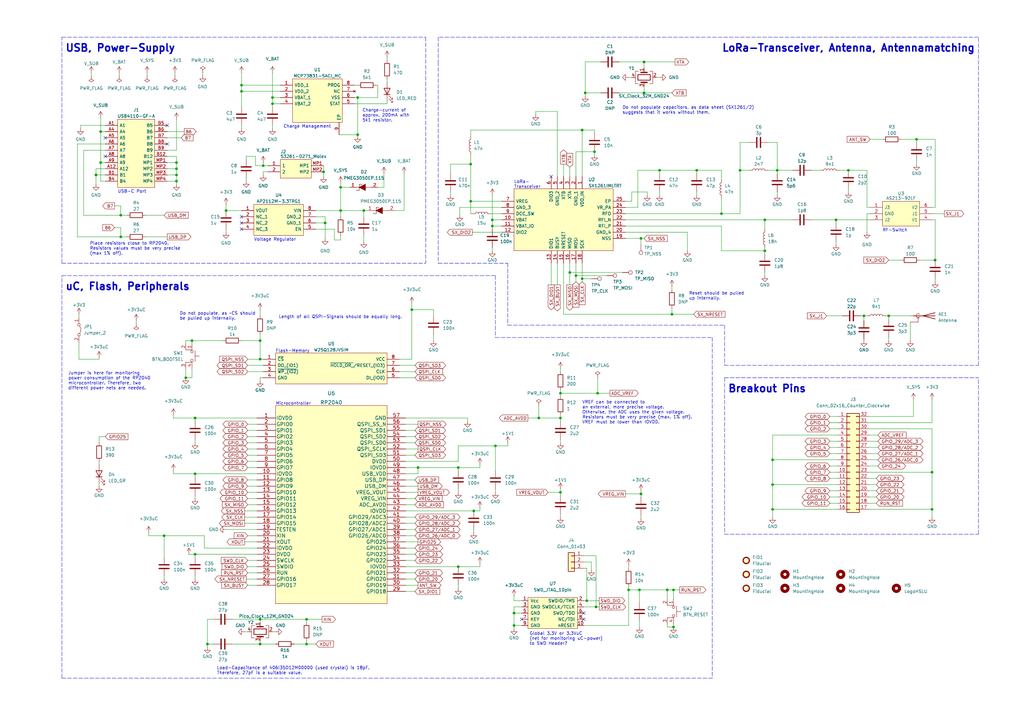
<source format=kicad_sch>
(kicad_sch (version 20211123) (generator eeschema)
  (paper "A3")
  (title_block (title "tinyLoRa") (date "06.06.2022") (rev "v1.01") (company "HSLU T&A") (comment 1 "Julian Staffelbach") (comment 2 "BAT FS22"))
  (lib_symbols
    (symbol "Connector:TestPoint" (pin_numbers hide) (pin_names (offset 0.762) hide)
      (property "Reference" "TP" (at 0 6.858 0))
      (property "Value" "TestPoint" (at 0 5.08 0))
      (symbol "TestPoint_1_1"
        (pin passive line (at 0 0 90) (length 2.54) (name "1") (number "1"))
      )
    )
    (symbol "Connector_Generic:Conn_01x03" (pin_names (offset 1.016) hide)
      (property "Reference" "J" (at 0 5.08 0))
      (property "Value" "Conn_01x03" (at 0 -5.08 0))
      (symbol "Conn_01x03_1_1"
        (pin passive line (at -5.08 2.54 0) (length 3.81) (name "Pin_1") (number "1"))
        (pin passive line (at -5.08 0 0) (length 3.81) (name "Pin_2") (number "2"))
        (pin passive line (at -5.08 -2.54 0) (length 3.81) (name "Pin_3") (number "3"))
      )
    )
    (symbol "Device:C" (pin_numbers hide) (pin_names (offset 0.254))
      (property "Reference" "C" (at 0.635 2.54 0))
      (property "Value" "C" (at 0.635 -2.54 0))
      (symbol "C_1_1"
        (pin passive line (at 0 3.81 270) (length 2.794) (name "~") (number "1"))
        (pin passive line (at 0 -3.81 90) (length 2.794) (name "~") (number "2"))
      )
    )
    (symbol "Device:L" (pin_numbers hide) (pin_names (offset 1.016) hide)
      (property "Reference" "L" (at -1.27 0 90))
      (property "Value" "L" (at 1.905 0 90))
      (symbol "L_1_1"
        (pin passive line (at 0 3.81 270) (length 1.27) (name "1") (number "1"))
        (pin passive line (at 0 -3.81 90) (length 1.27) (name "2") (number "2"))
      )
    )
    (symbol "Device:LED" (pin_numbers hide) (pin_names (offset 1.016) hide)
      (property "Reference" "D" (at 0 2.54 0))
      (property "Value" "LED" (at 0 -2.54 0))
      (symbol "LED_1_1"
        (pin passive line (at -3.81 0 0) (length 2.54) (name "K") (number "1"))
        (pin passive line (at 3.81 0 180) (length 2.54) (name "A") (number "2"))
      )
    )
    (symbol "Device:R" (pin_numbers hide) (pin_names (offset 0))
      (property "Reference" "R" (at 2.032 0 90))
      (property "Value" "R" (at 0 0 90))
      (symbol "R_1_1"
        (pin passive line (at 0 3.81 270) (length 1.27) (name "~") (number "1"))
        (pin passive line (at 0 -3.81 90) (length 1.27) (name "~") (number "2"))
      )
    )
    (symbol "Jumper:Jumper_2_Bridged" (pin_names (offset 0) hide)
      (property "Reference" "JP" (at 0 1.905 0))
      (property "Value" "Jumper_2_Bridged" (at 0 -2.54 0))
      (symbol "Jumper_2_Bridged_1_1"
        (pin passive line (at -5.08 0 0) (length 2.54) (name "A") (number "1"))
        (pin passive line (at 5.08 0 180) (length 2.54) (name "B") (number "2"))
      )
    )
    (symbol "Mechanical:Fiducial"
      (property "Reference" "FID" (at 0 5.08 0))
      (property "Value" "Fiducial" (at 0 3.175 0))
    )
    (symbol "Mechanical:MountingHole" (pin_names (offset 1.016))
      (property "Reference" "H" (at 0 5.08 0))
      (property "Value" "MountingHole" (at 0 3.175 0))
    )
    (symbol "Switch:SW_MEC_5E" (pin_names (offset 1.016) hide)
      (property "Reference" "SW" (at 0.635 5.715 0))
      (property "Value" "SW_MEC_5E" (at 0 -3.175 0))
      (symbol "SW_MEC_5E_0_1"
        (pin passive line (at -5.08 2.54 0) (length 2.54) (name "1") (number "1"))
        (pin passive line (at -5.08 0 0) (length 2.54) (name "2") (number "2"))
        (pin passive line (at 5.08 0 180) (length 2.54) (name "K") (number "3"))
        (pin passive line (at 5.08 2.54 180) (length 2.54) (name "A") (number "4"))
      )
    )
    (symbol "power:+1V1" (power) (pin_names (offset 0))
      (property "Value" "+1V1" (at 0 3.556 0))
      (symbol "+1V1_1_1"
        (pin power_in line (at 0 0 90) (length 0) hide (name "+1V1") (number "1"))
      )
    )
    (symbol "power:+3.3V" (power) (pin_names (offset 0))
      (property "Value" "+3.3V" (at 0 3.556 0))
      (symbol "+3.3V_1_1"
        (pin power_in line (at 0 0 90) (length 0) hide (name "+3V3") (number "1"))
      )
    )
    (symbol "power:GND" (power) (pin_names (offset 0))
      (property "Value" "GND" (at 0 -3.81 0))
      (symbol "GND_1_1"
        (pin power_in line (at 0 0 270) (length 0) hide (name "GND") (number "1"))
      )
    )
    (symbol "power:PWR_FLAG" (power) (pin_numbers hide) (pin_names (offset 0) hide)
      (property "Value" "PWR_FLAG" (at 0 3.81 0))
      (symbol "PWR_FLAG_0_0"
        (pin power_out line (at 0 0 90) (length 0) (name "pwr") (number "1"))
      )
    )
    (symbol "swd_jtag_10pin:SWD_JTAG_10pin" (pin_names (offset 1.016))
      (property "Reference" "U" (at 10.16 12.7 0))
      (property "Value" "SWD_JTAG_10pin" (at 10.16 -2.54 0))
      (symbol "SWD_JTAG_10pin_0_0"
        (pin power_in line (at -2.54 10.16 0) (length 2.54) (name "Vcc") (number "1"))
        (pin input line (at 22.86 0 180) (length 2.54) (name "nRESET") (number "10"))
        (pin bidirectional line (at 22.86 10.16 180) (length 2.54) (name "SWDIO/TMS") (number "2"))
        (pin power_in line (at -2.54 7.62 0) (length 2.54) (name "GND") (number "3"))
        (pin input line (at 22.86 7.62 180) (length 2.54) (name "SWDCLK/TCLK") (number "4"))
        (pin power_in line (at -2.54 5.08 0) (length 2.54) (name "GND") (number "5"))
        (pin output line (at 22.86 5.08 180) (length 2.54) (name "SWO/TDO") (number "6"))
        (pin unspecified line (at -2.54 2.54 0) (length 2.54) (name "KEY") (number "7"))
        (pin input line (at 22.86 2.54 180) (length 2.54) (name "NC/TDI") (number "8"))
        (pin power_in line (at -2.54 0 0) (length 2.54) (name "GND") (number "9"))
      )
    )
    (symbol "tinyLoRa_specific:+3.3VuC" (power) (pin_names (offset 0))
      (property "Value" "+3.3VuC" (at 0 3.556 0))
      (symbol "+3.3VuC_1_1"
        (pin power_in line (at 0 0 90) (length 0) hide (name "+3V3uC") (number "1"))
      )
    )
    (symbol "tinyLoRa_specific:53261-0271_Molex" (pin_names (offset 0.762))
      (property "Reference" "J" (at 19.05 7.62 0))
      (property "Value" "53261-0271_Molex" (at 19.05 5.08 0))
      (symbol "53261-0271_Molex_0_0"
        (pin passive line (at 0 -2.54 0) (length 5.08) (name "1") (number "1"))
        (pin passive line (at 0 0 0) (length 5.08) (name "2") (number "2"))
        (pin passive line (at 22.86 -2.54 180) (length 5.08) (name "MP1") (number "MP1"))
        (pin passive line (at 22.86 0 180) (length 5.08) (name "MP2") (number "MP2"))
      )
    )
    (symbol "tinyLoRa_specific:AP2112M-3.3TRG1" (pin_names (offset 0.762))
      (property "Reference" "IC" (at 26.67 7.62 0))
      (property "Value" "AP2112M-3.3TRG1" (at 26.67 5.08 0))
      (symbol "AP2112M-3.3TRG1_0_0"
        (pin passive line (at 0 0 0) (length 5.08) (name "VOUT") (number "1"))
        (pin passive line (at 0 -2.54 0) (length 5.08) (name "NC_1") (number "2"))
        (pin passive line (at 0 -5.08 0) (length 5.08) (name "NC_2") (number "3"))
        (pin passive line (at 0 -7.62 0) (length 5.08) (name "NC_3") (number "4"))
        (pin passive line (at 30.48 -7.62 180) (length 5.08) (name "EN") (number "5"))
        (pin passive line (at 30.48 -5.08 180) (length 5.08) (name "GND_1") (number "6"))
        (pin passive line (at 30.48 -2.54 180) (length 5.08) (name "GND_2") (number "7"))
        (pin passive line (at 30.48 0 180) (length 5.08) (name "VIN") (number "8"))
      )
    )
    (symbol "tinyLoRa_specific:AS213-92LF" (pin_names (offset 0.762))
      (property "Reference" "S" (at 21.59 7.62 0))
      (property "Value" "AS213-92LF" (at 21.59 5.08 0))
      (symbol "AS213-92LF_0_0"
        (pin bidirectional line (at 0 0 0) (length 5.08) (name "J3") (number "1"))
        (pin power_in line (at 0 -2.54 0) (length 5.08) (name "GND") (number "2"))
        (pin bidirectional line (at 0 -5.08 0) (length 5.08) (name "J2") (number "3"))
        (pin power_in line (at 25.4 -5.08 180) (length 5.08) (name "V1") (number "4"))
        (pin bidirectional line (at 25.4 -2.54 180) (length 5.08) (name "J1") (number "5"))
        (pin power_in line (at 25.4 0 180) (length 5.08) (name "V2") (number "6"))
      )
    )
    (symbol "tinyLoRa_specific:Antenna" (pin_numbers hide) (pin_names (offset 1.016) hide)
      (property "Reference" "AE" (at -1.905 4.445 0))
      (property "Value" "Antenna" (at -1.905 2.54 0))
      (symbol "Antenna_1_1"
        (pin input line (at 0 -5.08 90) (length 2.54) (name "A") (number "1"))
        (pin input line (at 2.54 -5.08 90) (length 2.54) (name "Shield") (number "2"))
      )
    )
    (symbol "tinyLoRa_specific:Conn_02x16_tinyLoRa" (pin_names (offset 1.016) hide)
      (property "Reference" "J" (at 1.27 20.32 0))
      (property "Value" "Conn_02x16_tinyLoRa" (at 1.27 -22.86 0))
      (symbol "Conn_02x16_tinyLoRa_1_1"
        (pin passive line (at -5.08 17.78 0) (length 3.81) (name "Pin_1") (number "1"))
        (pin passive line (at -5.08 -5.08 0) (length 3.81) (name "Pin_10") (number "10"))
        (pin passive line (at -5.08 -7.62 0) (length 3.81) (name "Pin_11") (number "11"))
        (pin passive line (at -5.08 -10.16 0) (length 3.81) (name "Pin_12") (number "12"))
        (pin passive line (at -5.08 -12.7 0) (length 3.81) (name "Pin_13") (number "13"))
        (pin passive line (at -5.08 -15.24 0) (length 3.81) (name "Pin_14") (number "14"))
        (pin passive line (at -5.08 -17.78 0) (length 3.81) (name "Pin_15") (number "15"))
        (pin passive line (at -5.08 -20.32 0) (length 3.81) (name "Pin_16") (number "16"))
        (pin passive line (at 7.62 -20.32 180) (length 3.81) (name "Pin_17") (number "17"))
        (pin passive line (at 7.62 -17.78 180) (length 3.81) (name "Pin_18") (number "18"))
        (pin passive line (at 7.62 -15.24 180) (length 3.81) (name "Pin_19") (number "19"))
        (pin passive line (at -5.08 15.24 0) (length 3.81) (name "Pin_2") (number "2"))
        (pin passive line (at 7.62 -12.7 180) (length 3.81) (name "Pin_20") (number "20"))
        (pin passive line (at 7.62 -10.16 180) (length 3.81) (name "Pin_21") (number "21"))
        (pin passive line (at 7.62 -7.62 180) (length 3.81) (name "Pin_22") (number "22"))
        (pin passive line (at 7.62 -5.08 180) (length 3.81) (name "Pin_23") (number "23"))
        (pin passive line (at 7.62 -2.54 180) (length 3.81) (name "Pin_24") (number "24"))
        (pin passive line (at 7.62 0 180) (length 3.81) (name "Pin_25") (number "25"))
        (pin passive line (at 7.62 2.54 180) (length 3.81) (name "Pin_26") (number "26"))
        (pin passive line (at 7.62 5.08 180) (length 3.81) (name "Pin_27") (number "27"))
        (pin passive line (at 7.62 7.62 180) (length 3.81) (name "Pin_28") (number "28"))
        (pin passive line (at 7.62 10.16 180) (length 3.81) (name "Pin_29") (number "29"))
        (pin passive line (at -5.08 12.7 0) (length 3.81) (name "Pin_3") (number "3"))
        (pin passive line (at 7.62 12.7 180) (length 3.81) (name "Pin_30") (number "30"))
        (pin passive line (at 7.62 15.24 180) (length 3.81) (name "Pin_31") (number "31"))
        (pin passive line (at 7.62 17.78 180) (length 3.81) (name "Pin_32") (number "32"))
        (pin passive line (at -5.08 10.16 0) (length 3.81) (name "Pin_4") (number "4"))
        (pin passive line (at -5.08 7.62 0) (length 3.81) (name "Pin_5") (number "5"))
        (pin passive line (at -5.08 5.08 0) (length 3.81) (name "Pin_6") (number "6"))
        (pin passive line (at -5.08 2.54 0) (length 3.81) (name "Pin_7") (number "7"))
        (pin passive line (at -5.08 0 0) (length 3.81) (name "Pin_8") (number "8"))
        (pin passive line (at -5.08 -2.54 0) (length 3.81) (name "Pin_9") (number "9"))
      )
    )
    (symbol "tinyLoRa_specific:MCP73831-5ACI_MC" (pin_names (offset 0.762))
      (property "Reference" "IC" (at 26.67 7.62 0))
      (property "Value" "MCP73831-5ACI_MC" (at 26.67 5.08 0))
      (symbol "MCP73831-5ACI_MC_0_0"
        (pin passive line (at 0 0 0) (length 5.08) (name "VDD_1") (number "1"))
        (pin passive line (at 0 -2.54 0) (length 5.08) (name "VDD_2") (number "2"))
        (pin passive line (at 0 -5.08 0) (length 5.08) (name "VBAT_1") (number "3"))
        (pin passive line (at 0 -7.62 0) (length 5.08) (name "VBAT_2") (number "4"))
        (pin passive line (at 30.48 -7.62 180) (length 5.08) (name "STAT") (number "5"))
        (pin passive line (at 30.48 -5.08 180) (length 5.08) (name "VSS") (number "6"))
        (pin no_connect line (at 30.48 -2.54 180) (length 5.08) (name "NC") (number "7"))
        (pin passive line (at 30.48 0 180) (length 5.08) (name "PROG") (number "8"))
        (pin passive line (at 24.13 -20.32 90) (length 5.08) (name "EP") (number "9"))
      )
    )
    (symbol "tinyLoRa_specific:PMEG3050EP,115" (pin_names (offset 0.762))
      (property "Reference" "D" (at 12.7 8.89 0))
      (property "Value" "PMEG3050EP,115" (at 12.7 6.35 0))
      (symbol "PMEG3050EP,115_0_0"
        (pin passive line (at 3.81 0 0) (length 2.54) (name "~") (number "1"))
        (pin passive line (at 15.24 0 180) (length 2.54) (name "~") (number "2"))
      )
    )
    (symbol "tinyLoRa_specific:Pico_Clock_12M_GND24" (pin_names (offset 1.016) hide)
      (property "Reference" "Y" (at 3.175 5.08 0))
      (property "Value" "Pico_Clock_12M_GND24" (at 3.175 3.175 0))
      (symbol "Pico_Clock_12M_GND24_1_1"
        (pin passive line (at -3.81 0 0) (length 1.27) (name "1") (number "1"))
        (pin passive line (at 0 5.08 270) (length 1.27) (name "2") (number "2"))
        (pin passive line (at 3.81 0 180) (length 1.27) (name "3") (number "3"))
        (pin passive line (at 0 -5.08 90) (length 1.27) (name "4") (number "4"))
      )
    )
    (symbol "tinyLoRa_specific:RP2040" (pin_names (offset 0.254))
      (property "Reference" "U" (at 30.48 10.16 0))
      (property "Value" "RP2040" (at 30.48 7.62 0))
      (symbol "RP2040_1_1"
        (pin power_in line (at 0 0 0) (length 7.62) (name "IOVDD") (number "1"))
        (pin power_in line (at 0 -22.86 0) (length 7.62) (name "IOVDD") (number "10"))
        (pin bidirectional line (at 0 -25.4 0) (length 7.62) (name "GPIO8") (number "11"))
        (pin bidirectional line (at 0 -27.94 0) (length 7.62) (name "GPIO9") (number "12"))
        (pin bidirectional line (at 0 -30.48 0) (length 7.62) (name "GPIO10") (number "13"))
        (pin bidirectional line (at 0 -33.02 0) (length 7.62) (name "GPIO11") (number "14"))
        (pin bidirectional line (at 0 -35.56 0) (length 7.62) (name "GPIO12") (number "15"))
        (pin bidirectional line (at 0 -38.1 0) (length 7.62) (name "GPIO13") (number "16"))
        (pin bidirectional line (at 0 -40.64 0) (length 7.62) (name "GPIO14") (number "17"))
        (pin bidirectional line (at 0 -43.18 0) (length 7.62) (name "GPIO15") (number "18"))
        (pin bidirectional line (at 0 -45.72 0) (length 7.62) (name "TESTEN") (number "19"))
        (pin bidirectional line (at 0 -2.54 0) (length 7.62) (name "GPIO0") (number "2"))
        (pin unspecified line (at 0 -48.26 0) (length 7.62) (name "XIN") (number "20"))
        (pin output line (at 0 -50.8 0) (length 7.62) (name "XOUT") (number "21"))
        (pin power_in line (at 0 -53.34 0) (length 7.62) (name "IOVDD") (number "22"))
        (pin power_in line (at 0 -55.88 0) (length 7.62) (name "DVDD") (number "23"))
        (pin unspecified line (at 0 -58.42 0) (length 7.62) (name "SWCLK") (number "24"))
        (pin unspecified line (at 0 -60.96 0) (length 7.62) (name "SWDIO") (number "25"))
        (pin unspecified line (at 0 -63.5 0) (length 7.62) (name "RUN") (number "26"))
        (pin bidirectional line (at 0 -66.04 0) (length 7.62) (name "GPIO16") (number "27"))
        (pin bidirectional line (at 0 -68.58 0) (length 7.62) (name "GPIO17") (number "28"))
        (pin bidirectional line (at 60.96 -71.12 180) (length 7.62) (name "GPIO18") (number "29"))
        (pin bidirectional line (at 0 -5.08 0) (length 7.62) (name "GPIO1") (number "3"))
        (pin bidirectional line (at 60.96 -68.58 180) (length 7.62) (name "GPIO19") (number "30"))
        (pin bidirectional line (at 60.96 -66.04 180) (length 7.62) (name "GPIO20") (number "31"))
        (pin bidirectional line (at 60.96 -63.5 180) (length 7.62) (name "GPIO21") (number "32"))
        (pin power_in line (at 60.96 -60.96 180) (length 7.62) (name "IOVDD") (number "33"))
        (pin bidirectional line (at 60.96 -58.42 180) (length 7.62) (name "GPIO22") (number "34"))
        (pin bidirectional line (at 60.96 -55.88 180) (length 7.62) (name "GPIO23") (number "35"))
        (pin bidirectional line (at 60.96 -53.34 180) (length 7.62) (name "GPIO24") (number "36"))
        (pin bidirectional line (at 60.96 -50.8 180) (length 7.62) (name "GPIO25") (number "37"))
        (pin bidirectional line (at 60.96 -48.26 180) (length 7.62) (name "GPIO26/ADC0") (number "38"))
        (pin bidirectional line (at 60.96 -45.72 180) (length 7.62) (name "GPIO27/ADC1") (number "39"))
        (pin bidirectional line (at 0 -7.62 0) (length 7.62) (name "GPIO2") (number "4"))
        (pin bidirectional line (at 60.96 -43.18 180) (length 7.62) (name "GPIO28/ADC2") (number "40"))
        (pin bidirectional line (at 60.96 -40.64 180) (length 7.62) (name "GPIO29/ADC3") (number "41"))
        (pin power_in line (at 60.96 -38.1 180) (length 7.62) (name "IOVDD") (number "42"))
        (pin power_in line (at 60.96 -35.56 180) (length 7.62) (name "ADC_AVDD") (number "43"))
        (pin unspecified line (at 60.96 -33.02 180) (length 7.62) (name "VREG_VIN") (number "44"))
        (pin power_out line (at 60.96 -30.48 180) (length 7.62) (name "VREG_VOUT") (number "45"))
        (pin unspecified line (at 60.96 -27.94 180) (length 7.62) (name "USB_DM") (number "46"))
        (pin unspecified line (at 60.96 -25.4 180) (length 7.62) (name "USB_DP") (number "47"))
        (pin power_in line (at 60.96 -22.86 180) (length 7.62) (name "USB_VDD") (number "48"))
        (pin power_in line (at 60.96 -20.32 180) (length 7.62) (name "IOVDD") (number "49"))
        (pin bidirectional line (at 0 -10.16 0) (length 7.62) (name "GPIO3") (number "5"))
        (pin power_in line (at 60.96 -17.78 180) (length 7.62) (name "DVDD") (number "50"))
        (pin bidirectional line (at 60.96 -15.24 180) (length 7.62) (name "QSPI_SD3") (number "51"))
        (pin unspecified line (at 60.96 -12.7 180) (length 7.62) (name "QSPI_SCLK") (number "52"))
        (pin bidirectional line (at 60.96 -10.16 180) (length 7.62) (name "QSPI_SD0") (number "53"))
        (pin bidirectional line (at 60.96 -7.62 180) (length 7.62) (name "QSPI_SD2") (number "54"))
        (pin bidirectional line (at 60.96 -5.08 180) (length 7.62) (name "QSPI_SD1") (number "55"))
        (pin unspecified line (at 60.96 -2.54 180) (length 7.62) (name "QSPI_SS_N") (number "56"))
        (pin power_in line (at 60.96 0 180) (length 7.62) (name "GND") (number "57"))
        (pin bidirectional line (at 0 -12.7 0) (length 7.62) (name "GPIO4") (number "6"))
        (pin bidirectional line (at 0 -15.24 0) (length 7.62) (name "GPIO5") (number "7"))
        (pin bidirectional line (at 0 -17.78 0) (length 7.62) (name "GPIO6") (number "8"))
        (pin bidirectional line (at 0 -20.32 0) (length 7.62) (name "GPIO7") (number "9"))
      )
    )
    (symbol "tinyLoRa_specific:SX1261IMLTRT" (pin_names (offset 0.762))
      (property "Reference" "IC" (at 31.75 17.78 0))
      (property "Value" "SX1261IMLTRT" (at 31.75 15.24 0))
      (symbol "SX1261IMLTRT_0_0"
        (pin passive line (at 0 0 0) (length 5.08) (name "VDD_IN") (number "1"))
        (pin passive line (at 17.78 -33.02 90) (length 5.08) (name "VBAT") (number "10"))
        (pin passive line (at 20.32 -33.02 90) (length 5.08) (name "VBAT_IO") (number "11"))
        (pin passive line (at 22.86 -33.02 90) (length 5.08) (name "DIO2") (number "12"))
        (pin passive line (at 35.56 -12.7 180) (length 5.08) (name "DIO1") (number "13"))
        (pin passive line (at 35.56 -10.16 180) (length 5.08) (name "BUSY") (number "14"))
        (pin passive line (at 35.56 -7.62 180) (length 5.08) (name "NRESET") (number "15"))
        (pin passive line (at 35.56 -5.08 180) (length 5.08) (name "MISO") (number "16"))
        (pin passive line (at 35.56 -2.54 180) (length 5.08) (name "MOSI") (number "17"))
        (pin passive line (at 35.56 0 180) (length 5.08) (name "SCK") (number "18"))
        (pin passive line (at 25.4 17.78 270) (length 5.08) (name "NSS") (number "19"))
        (pin passive line (at 0 -2.54 0) (length 5.08) (name "GND_1") (number "2"))
        (pin passive line (at 22.86 17.78 270) (length 5.08) (name "GND_4") (number "20"))
        (pin passive line (at 20.32 17.78 270) (length 5.08) (name "RFI_P") (number "21"))
        (pin passive line (at 17.78 17.78 270) (length 5.08) (name "RFI_N") (number "22"))
        (pin passive line (at 15.24 17.78 270) (length 5.08) (name "RFO") (number "23"))
        (pin passive line (at 12.7 17.78 270) (length 5.08) (name "VR_PA") (number "24"))
        (pin passive line (at 10.16 17.78 270) (length 5.08) (name "EP") (number "25"))
        (pin passive line (at 0 -5.08 0) (length 5.08) (name "XTA") (number "3"))
        (pin passive line (at 0 -7.62 0) (length 5.08) (name "XTB") (number "4"))
        (pin passive line (at 0 -10.16 0) (length 5.08) (name "GND_2") (number "5"))
        (pin passive line (at 0 -12.7 0) (length 5.08) (name "DIO3") (number "6"))
        (pin passive line (at 10.16 -33.02 90) (length 5.08) (name "VREG") (number "7"))
        (pin passive line (at 12.7 -33.02 90) (length 5.08) (name "GND_3") (number "8"))
        (pin passive line (at 15.24 -33.02 90) (length 5.08) (name "DCC_SW") (number "9"))
      )
    )
    (symbol "tinyLoRa_specific:SX_Clock_32M_GND24" (pin_names (offset 1.016) hide)
      (property "Reference" "Y" (at 3.175 5.08 0))
      (property "Value" "SX_Clock_32M_GND24" (at 3.175 3.175 0))
      (symbol "SX_Clock_32M_GND24_1_1"
        (pin passive line (at -3.81 0 0) (length 1.27) (name "1") (number "1"))
        (pin passive line (at 0 5.08 270) (length 1.27) (name "2") (number "2"))
        (pin passive line (at 3.81 0 180) (length 1.27) (name "3") (number "3"))
        (pin passive line (at 0 -5.08 90) (length 1.27) (name "4") (number "4"))
      )
    )
    (symbol "tinyLoRa_specific:USB4110-GF-A" (pin_names (offset 0.762))
      (property "Reference" "J" (at 21.59 7.62 0))
      (property "Value" "USB4110-GF-A" (at 21.59 5.08 0))
      (symbol "USB4110-GF-A_0_0"
        (pin passive line (at 0 0 0) (length 5.08) (name "A1") (number "A1"))
        (pin passive line (at 0 -17.78 0) (length 5.08) (name "A12") (number "A12"))
        (pin passive line (at 0 -2.54 0) (length 5.08) (name "A4") (number "A4"))
        (pin passive line (at 0 -5.08 0) (length 5.08) (name "A5") (number "A5"))
        (pin passive line (at 0 -7.62 0) (length 5.08) (name "A6") (number "A6"))
        (pin passive line (at 0 -10.16 0) (length 5.08) (name "A7") (number "A7"))
        (pin passive line (at 0 -12.7 0) (length 5.08) (name "A8") (number "A8"))
        (pin passive line (at 0 -15.24 0) (length 5.08) (name "A9") (number "A9"))
        (pin passive line (at 0 -20.32 0) (length 5.08) (name "B1") (number "B1"))
        (pin passive line (at 25.4 -12.7 180) (length 5.08) (name "B12") (number "B12"))
        (pin passive line (at 0 -22.86 0) (length 5.08) (name "B4") (number "B4"))
        (pin passive line (at 25.4 0 180) (length 5.08) (name "B5") (number "B5"))
        (pin passive line (at 25.4 -2.54 180) (length 5.08) (name "B6") (number "B6"))
        (pin passive line (at 25.4 -5.08 180) (length 5.08) (name "B7") (number "B7"))
        (pin passive line (at 25.4 -7.62 180) (length 5.08) (name "B8") (number "B8"))
        (pin passive line (at 25.4 -10.16 180) (length 5.08) (name "B9") (number "B9"))
        (pin passive line (at 25.4 -15.24 180) (length 5.08) (name "MP1") (number "MP1"))
        (pin passive line (at 25.4 -17.78 180) (length 5.08) (name "MP2") (number "MP2"))
        (pin passive line (at 25.4 -20.32 180) (length 5.08) (name "MP3") (number "MP3"))
        (pin passive line (at 25.4 -22.86 180) (length 5.08) (name "MP4") (number "MP4"))
      )
    )
    (symbol "tinyLoRa_specific:V_BAT" (power) (pin_names (offset 0))
      (property "Value" "V_BAT" (at 0 3.556 0))
      (symbol "V_BAT_1_1"
        (pin power_in line (at 0 0 90) (length 0) hide (name "V_BAT") (number "1"))
      )
    )
    (symbol "tinyLoRa_specific:V_SYS" (power) (pin_names (offset 0))
      (property "Value" "V_SYS" (at 0 3.556 0))
      (symbol "V_SYS_1_1"
        (pin power_in line (at 0 0 90) (length 0) hide (name "V_SYS") (number "1"))
      )
    )
    (symbol "tinyLoRa_specific:V_USB" (power) (pin_names (offset 0))
      (property "Value" "V_USB" (at 0 3.556 0))
      (symbol "V_USB_1_1"
        (pin power_in line (at 0 0 90) (length 0) hide (name "V_SUB") (number "1"))
      )
    )
    (symbol "tinyLoRa_specific:W25Q128JVSIM" (pin_names (offset 0.762))
      (property "Reference" "IC" (at 52.07 7.62 0))
      (property "Value" "W25Q128JVSIM" (at 52.07 5.08 0))
      (symbol "W25Q128JVSIM_0_0"
        (pin passive line (at 0 0 0) (length 5.08) (name "~{CS}") (number "1"))
        (pin passive line (at 0 -2.54 0) (length 5.08) (name "DO_(IO1)") (number "2"))
        (pin passive line (at 0 -5.08 0) (length 5.08) (name "~{WP_(IO2})") (number "3"))
        (pin passive line (at 0 -7.62 0) (length 5.08) (name "GND") (number "4"))
        (pin passive line (at 55.88 -7.62 180) (length 5.08) (name "DI_(IO0)") (number "5"))
        (pin passive line (at 55.88 -5.08 180) (length 5.08) (name "CLK") (number "6"))
        (pin passive line (at 55.88 -2.54 180) (length 5.08) (name "~{HOLD_OR_}/RESET_(IO3)") (number "7"))
        (pin passive line (at 55.88 0 180) (length 5.08) (name "VCC") (number "8"))
      )
    )
  )
  (junction (at 111.76 42.545))
  (junction (at 72.39 71.755))
  (junction (at 354.33 129.54))
  (junction (at 347.98 69.85))
  (junction (at 139.7 76.835))
  (junction (at 313.69 90.17))
  (junction (at 201.93 92.71))
  (junction (at 201.93 90.17))
  (junction (at 76.2 154.94))
  (junction (at 67.31 219.71))
  (junction (at 39.37 71.755))
  (junction (at 99.06 37.465))
  (junction (at 80.01 171.45))
  (junction (at 210.82 251.46))
  (junction (at 342.9 90.17))
  (junction (at 99.06 34.925))
  (junction (at 132.715 70.485))
  (junction (at 193.04 82.55))
  (junction (at 106.68 264.16))
  (junction (at 107.95 67.945))
  (junction (at 49.53 88.265))
  (junction (at 229.87 161.29))
  (junction (at 92.71 86.36))
  (junction (at 240.03 38.1))
  (junction (at 275.59 128.905))
  (junction (at 238.76 114.3))
  (junction (at 270.51 69.85))
  (junction (at 111.76 40.005))
  (junction (at 243.84 62.23))
  (junction (at 133.35 91.44))
  (junction (at 264.16 25.4))
  (junction (at 273.685 241.935))
  (junction (at 85.09 264.16))
  (junction (at 303.53 69.85))
  (junction (at 276.225 257.175))
  (junction (at 245.11 161.29))
  (junction (at 168.91 127))
  (junction (at 285.75 69.85))
  (junction (at 316.865 208.915))
  (junction (at 382.27 193.675))
  (junction (at 276.225 241.935))
  (junction (at 233.68 111.76))
  (junction (at 78.74 139.7))
  (junction (at 171.45 191.77))
  (junction (at 72.39 74.295))
  (junction (at 229.87 171.45))
  (junction (at 187.96 191.77))
  (junction (at 262.89 97.79))
  (junction (at 220.98 171.45))
  (junction (at 364.49 129.54))
  (junction (at 125.73 264.16))
  (junction (at 238.76 53.34))
  (junction (at 262.255 241.935))
  (junction (at 106.68 147.32))
  (junction (at 106.68 254))
  (junction (at 262.89 202.565))
  (junction (at 240.665 246.38))
  (junction (at 125.73 254))
  (junction (at 49.53 97.155))
  (junction (at 41.275 53.975))
  (junction (at 80.01 227.33))
  (junction (at 210.82 256.54))
  (junction (at 295.91 87.63))
  (junction (at 106.68 139.7))
  (junction (at 146.685 40.005))
  (junction (at 193.04 67.31))
  (junction (at 72.39 66.675))
  (junction (at 187.96 232.41))
  (junction (at 139.7 86.36))
  (junction (at 41.275 66.675))
  (junction (at 236.22 113.03))
  (junction (at 383.54 106.68))
  (junction (at 149.225 86.36))
  (junction (at 318.77 69.85))
  (junction (at 264.16 38.1))
  (junction (at 229.87 201.93))
  (junction (at 316.865 188.595))
  (junction (at 313.69 102.87))
  (junction (at 316.865 198.755))
  (junction (at 244.475 248.92))
  (junction (at 194.31 209.55))
  (junction (at 257.81 241.935))
  (junction (at 375.92 57.15))
  (junction (at 80.01 194.31))
  (junction (at 203.2 182.88))
  (junction (at 146.685 55.245))
  (junction (at 382.27 208.915))
  (junction (at 72.39 69.215))
  (no_connect (at 239.395 251.46))
  (no_connect (at 239.395 254))
  (no_connect (at 99.06 91.44))
  (no_connect (at 99.06 88.9))
  (no_connect (at 99.06 93.98))
  (no_connect (at 226.06 72.39))
  (no_connect (at 43.18 56.515))
  (no_connect (at 43.18 64.135))
  (no_connect (at 68.58 59.055))
  (no_connect (at 68.58 51.435))
  (no_connect (at 213.995 254))
  (wire (pts (xy 194.31 217.17) (xy 194.31 218.44)))
  (wire (pts (xy 239.395 227.965) (xy 244.475 227.965)))
  (wire (pts (xy 76.2 151.13) (xy 76.2 154.94)))
  (wire (pts (xy 332.74 69.85) (xy 336.55 69.85)))
  (wire (pts (xy 99.06 37.465) (xy 99.06 34.925)))
  (wire (pts (xy 303.53 69.85) (xy 307.34 69.85)))
  (wire (pts (xy 166.37 201.93) (xy 171.45 201.93)))
  (wire (pts (xy 239.395 230.505) (xy 242.57 230.505)))
  (wire (pts (xy 383.54 57.15) (xy 375.92 57.15)))
  (wire (pts (xy 316.865 208.915) (xy 343.535 208.915)))
  (wire (pts (xy 314.96 58.42) (xy 318.77 58.42)))
  (wire (pts (xy 261.62 85.09) (xy 261.62 69.85)))
  (wire (pts (xy 236.22 113.03) (xy 248.92 113.03)))
  (wire (pts (xy 295.91 102.87) (xy 295.91 92.71)))
  (wire (pts (xy 49.53 97.155) (xy 52.07 97.155)))
  (wire (pts (xy 101.6 207.01) (xy 105.41 207.01)))
  (wire (pts (xy 68.58 74.295) (xy 72.39 74.295)))
  (wire (pts (xy 41.275 66.675) (xy 41.275 74.295)))
  (wire (pts (xy 220.98 166.37) (xy 220.98 171.45)))
  (wire (pts (xy 340.36 203.835) (xy 343.535 203.835)))
  (wire (pts (xy 101.6 179.07) (xy 105.41 179.07)))
  (wire (pts (xy 149.225 96.52) (xy 149.225 99.06)))
  (wire (pts (xy 177.8 137.16) (xy 177.8 139.7)))
  (wire (pts (xy 129.54 91.44) (xy 133.35 91.44)))
  (wire (pts (xy 295.91 69.85) (xy 285.75 69.85)))
  (wire (pts (xy 364.49 129.54) (xy 373.38 129.54)))
  (wire (pts (xy 166.37 179.07) (xy 170.18 179.07)))
  (wire (pts (xy 101.6 201.93) (xy 105.41 201.93)))
  (wire (pts (xy 259.08 78.74) (xy 265.43 78.74)))
  (wire (pts (xy 46.99 84.455) (xy 49.53 84.455)))
  (wire (pts (xy 257.81 256.54) (xy 257.81 241.935)))
  (wire (pts (xy 229.87 210.82) (xy 229.87 212.09)))
  (wire (pts (xy 139.7 86.36) (xy 149.225 86.36)))
  (wire (pts (xy 101.6 219.71) (xy 105.41 219.71)))
  (wire (pts (xy 107.95 154.94) (xy 106.68 154.94)))
  (wire (pts (xy 196.85 208.28) (xy 196.85 209.55)))
  (wire (pts (xy 316.865 198.755) (xy 343.535 198.755)))
  (wire (pts (xy 318.77 71.12) (xy 318.77 69.85)))
  (wire (pts (xy 83.185 31.115) (xy 83.185 29.845)))
  (wire (pts (xy 85.09 264.16) (xy 85.09 254)))
  (wire (pts (xy 194.31 209.55) (xy 196.85 209.55)))
  (wire (pts (xy 80.01 180.34) (xy 80.01 181.61)))
  (wire (pts (xy 78.74 139.7) (xy 78.74 140.97)))
  (wire (pts (xy 168.91 127) (xy 168.91 147.32)))
  (wire (pts (xy 40.64 147.32) (xy 32.385 147.32)))
  (wire (pts (xy 105.41 194.31) (xy 80.01 194.31)))
  (wire (pts (xy 32.385 140.335) (xy 32.385 147.32)))
  (wire (pts (xy 316.865 188.595) (xy 316.865 198.755)))
  (wire (pts (xy 99.06 139.7) (xy 106.68 139.7)))
  (wire (pts (xy 231.14 107.95) (xy 231.14 128.905)))
  (wire (pts (xy 356.235 188.595) (xy 360.045 188.595)))
  (wire (pts (xy 40.64 179.07) (xy 43.18 179.07)))
  (wire (pts (xy 101.6 204.47) (xy 105.41 204.47)))
  (wire (pts (xy 100.33 209.55) (xy 105.41 209.55)))
  (wire (pts (xy 356.235 183.515) (xy 360.045 183.515)))
  (wire (pts (xy 340.36 193.675) (xy 343.535 193.675)))
  (wire (pts (xy 313.69 101.6) (xy 313.69 102.87)))
  (wire (pts (xy 210.82 248.92) (xy 210.82 251.46)))
  (wire (pts (xy 101.6 149.86) (xy 107.95 149.86)))
  (wire (pts (xy 239.395 233.045) (xy 240.665 233.045)))
  (wire (pts (xy 210.82 251.46) (xy 210.82 256.54)))
  (wire (pts (xy 100.965 237.49) (xy 105.41 237.49)))
  (wire (pts (xy 285.75 69.85) (xy 285.75 71.12)))
  (wire (pts (xy 375.92 66.04) (xy 375.92 67.31)))
  (polyline (pts (xy 203.2 113.03) (xy 203.2 138.43)))
  (wire (pts (xy 313.69 90.17) (xy 325.12 90.17)))
  (wire (pts (xy 193.04 53.34) (xy 238.76 53.34)))
  (wire (pts (xy 80.01 171.45) (xy 80.01 172.72)))
  (wire (pts (xy 145.415 34.925) (xy 146.685 34.925)))
  (wire (pts (xy 245.11 154.94) (xy 245.11 161.29)))
  (wire (pts (xy 125.73 254) (xy 132.08 254)))
  (wire (pts (xy 83.82 219.71) (xy 67.31 219.71)))
  (wire (pts (xy 347.98 77.47) (xy 347.98 78.74)))
  (wire (pts (xy 43.18 74.295) (xy 41.275 74.295)))
  (wire (pts (xy 256.54 92.71) (xy 295.91 92.71)))
  (wire (pts (xy 270.51 78.74) (xy 270.51 80.01)))
  (wire (pts (xy 99.06 86.36) (xy 92.71 86.36)))
  (wire (pts (xy 100.33 212.09) (xy 105.41 212.09)))
  (wire (pts (xy 154.94 34.925) (xy 154.94 40.005)))
  (wire (pts (xy 210.82 251.46) (xy 213.995 251.46)))
  (wire (pts (xy 340.36 206.375) (xy 343.535 206.375)))
  (wire (pts (xy 201.93 92.71) (xy 205.74 92.71)))
  (wire (pts (xy 201.295 87.63) (xy 205.74 87.63)))
  (wire (pts (xy 166.37 176.53) (xy 170.18 176.53)))
  (wire (pts (xy 275.59 126.365) (xy 275.59 128.905)))
  (wire (pts (xy 111.76 43.815) (xy 111.76 42.545)))
  (wire (pts (xy 80.01 194.31) (xy 71.12 194.31)))
  (wire (pts (xy 101.6 229.87) (xy 105.41 229.87)))
  (wire (pts (xy 356.235 208.915) (xy 382.27 208.915)))
  (wire (pts (xy 184.785 71.12) (xy 184.785 67.31)))
  (polyline (pts (xy 179.705 107.95) (xy 208.28 107.95)))
  (polyline (pts (xy 25.4 107.95) (xy 25.4 15.24)))
  (wire (pts (xy 262.89 202.565) (xy 262.89 203.835)))
  (wire (pts (xy 273.685 257.175) (xy 276.225 257.175)))
  (wire (pts (xy 154.94 40.005) (xy 146.685 40.005)))
  (wire (pts (xy 233.68 111.76) (xy 255.27 111.76)))
  (wire (pts (xy 203.2 200.66) (xy 203.2 201.93)))
  (wire (pts (xy 187.96 182.88) (xy 203.2 182.88)))
  (wire (pts (xy 354.33 129.54) (xy 355.6 129.54)))
  (wire (pts (xy 125.73 264.16) (xy 129.54 264.16)))
  (wire (pts (xy 340.36 201.295) (xy 343.535 201.295)))
  (wire (pts (xy 80.01 228.6) (xy 80.01 227.33)))
  (wire (pts (xy 356.235 198.755) (xy 359.41 198.755)))
  (polyline (pts (xy 25.4 278.13) (xy 292.1 278.13)))
  (polyline (pts (xy 203.2 138.43) (xy 292.1 138.43)))
  (wire (pts (xy 146.685 40.005) (xy 145.415 40.005)))
  (wire (pts (xy 166.37 207.01) (xy 170.18 207.01)))
  (wire (pts (xy 364.49 129.54) (xy 363.22 129.54)))
  (wire (pts (xy 40.64 146.685) (xy 40.64 147.32)))
  (wire (pts (xy 313.69 90.17) (xy 313.69 93.98)))
  (wire (pts (xy 316.865 188.595) (xy 343.535 188.595)))
  (wire (pts (xy 356.235 173.355) (xy 382.27 173.355)))
  (wire (pts (xy 377.19 106.68) (xy 383.54 106.68)))
  (wire (pts (xy 60.325 29.845) (xy 60.325 31.115)))
  (wire (pts (xy 101.6 181.61) (xy 105.41 181.61)))
  (wire (pts (xy 49.53 84.455) (xy 49.53 88.265)))
  (wire (pts (xy 166.37 242.57) (xy 170.18 242.57)))
  (polyline (pts (xy 297.18 149.86) (xy 401.32 149.86)))
  (wire (pts (xy 303.53 87.63) (xy 295.91 87.63)))
  (wire (pts (xy 356.235 170.815) (xy 374.65 170.815)))
  (wire (pts (xy 31.75 97.155) (xy 49.53 97.155)))
  (wire (pts (xy 236.22 113.03) (xy 236.22 115.57)))
  (wire (pts (xy 171.45 191.77) (xy 187.96 191.77)))
  (wire (pts (xy 76.2 139.7) (xy 78.74 139.7)))
  (wire (pts (xy 276.225 241.935) (xy 278.765 241.935)))
  (wire (pts (xy 100.33 259.08) (xy 101.6 259.08)))
  (wire (pts (xy 85.09 264.16) (xy 87.63 264.16)))
  (wire (pts (xy 139.7 74.93) (xy 139.7 76.835)))
  (wire (pts (xy 132.715 70.485) (xy 132.715 72.39)))
  (wire (pts (xy 276.225 255.905) (xy 276.225 257.175)))
  (wire (pts (xy 228.6 107.95) (xy 228.6 116.84)))
  (wire (pts (xy 201.93 92.71) (xy 201.93 93.98)))
  (wire (pts (xy 72.39 61.595) (xy 72.39 48.895)))
  (wire (pts (xy 166.37 237.49) (xy 170.18 237.49)))
  (wire (pts (xy 355.6 69.85) (xy 347.98 69.85)))
  (wire (pts (xy 101.6 240.03) (xy 105.41 240.03)))
  (wire (pts (xy 166.37 181.61) (xy 170.18 181.61)))
  (wire (pts (xy 59.69 97.155) (xy 68.58 97.155)))
  (wire (pts (xy 146.685 40.005) (xy 146.685 55.245)))
  (wire (pts (xy 262.255 241.935) (xy 262.255 247.015)))
  (wire (pts (xy 106.68 254) (xy 95.25 254)))
  (wire (pts (xy 355.6 87.63) (xy 356.87 87.63)))
  (wire (pts (xy 219.71 45.72) (xy 219.71 46.99)))
  (polyline (pts (xy 292.1 138.43) (xy 292.1 278.13)))
  (wire (pts (xy 41.275 66.675) (xy 43.18 66.675)))
  (wire (pts (xy 72.39 66.675) (xy 72.39 64.135)))
  (wire (pts (xy 80.01 227.33) (xy 105.41 227.33)))
  (wire (pts (xy 191.77 171.45) (xy 191.77 172.72)))
  (polyline (pts (xy 25.4 278.13) (xy 25.4 113.03)))
  (polyline (pts (xy 208.28 133.35) (xy 297.18 133.35)))
  (wire (pts (xy 48.895 29.845) (xy 48.895 31.115)))
  (wire (pts (xy 107.95 66.675) (xy 107.95 67.945)))
  (wire (pts (xy 229.87 151.13) (xy 229.87 152.4)))
  (wire (pts (xy 318.77 58.42) (xy 318.77 69.85)))
  (wire (pts (xy 166.37 217.17) (xy 170.18 217.17)))
  (wire (pts (xy 55.88 131.445) (xy 55.88 132.715)))
  (wire (pts (xy 229.87 170.18) (xy 229.87 171.45)))
  (wire (pts (xy 239.395 248.92) (xy 244.475 248.92)))
  (wire (pts (xy 356.235 201.295) (xy 359.41 201.295)))
  (wire (pts (xy 33.02 52.705) (xy 33.02 51.435)))
  (wire (pts (xy 261.62 69.85) (xy 270.51 69.85)))
  (wire (pts (xy 154.94 76.835) (xy 157.48 76.835)))
  (wire (pts (xy 92.71 86.36) (xy 92.71 83.82)))
  (wire (pts (xy 203.2 182.88) (xy 203.2 193.04)))
  (wire (pts (xy 229.87 201.93) (xy 229.87 203.2)))
  (wire (pts (xy 273.685 245.745) (xy 273.685 241.935)))
  (wire (pts (xy 375.92 57.15) (xy 369.57 57.15)))
  (wire (pts (xy 31.75 59.055) (xy 31.75 97.155)))
  (polyline (pts (xy 297.18 154.94) (xy 297.18 219.075)))
  (wire (pts (xy 229.87 161.29) (xy 245.11 161.29)))
  (polyline (pts (xy 297.18 219.075) (xy 401.32 219.075)))
  (wire (pts (xy 71.755 29.845) (xy 71.755 31.115)))
  (wire (pts (xy 243.84 53.34) (xy 238.76 53.34)))
  (wire (pts (xy 219.71 45.72) (xy 228.6 45.72)))
  (wire (pts (xy 43.18 59.055) (xy 31.75 59.055)))
  (wire (pts (xy 166.37 204.47) (xy 170.18 204.47)))
  (wire (pts (xy 213.995 246.38) (xy 210.82 246.38)))
  (wire (pts (xy 78.74 154.94) (xy 76.2 154.94)))
  (wire (pts (xy 256.54 97.79) (xy 262.89 97.79)))
  (polyline (pts (xy 174.625 15.24) (xy 174.625 107.95)))
  (wire (pts (xy 196.85 231.14) (xy 196.85 232.41)))
  (wire (pts (xy 78.74 139.7) (xy 91.44 139.7)))
  (wire (pts (xy 77.47 227.33) (xy 80.01 227.33)))
  (wire (pts (xy 149.225 86.36) (xy 149.225 88.9)))
  (wire (pts (xy 40.64 181.61) (xy 40.64 179.07)))
  (wire (pts (xy 43.18 61.595) (xy 34.29 61.595)))
  (wire (pts (xy 316.865 212.09) (xy 316.865 208.915)))
  (wire (pts (xy 375.92 57.15) (xy 375.92 58.42)))
  (wire (pts (xy 276.225 241.935) (xy 276.225 245.745)))
  (wire (pts (xy 373.38 132.08) (xy 373.38 139.7)))
  (wire (pts (xy 101.6 234.95) (xy 105.41 234.95)))
  (wire (pts (xy 340.36 186.055) (xy 343.535 186.055)))
  (wire (pts (xy 236.22 62.23) (xy 243.84 62.23)))
  (wire (pts (xy 256.54 90.17) (xy 313.69 90.17)))
  (wire (pts (xy 145.415 42.545) (xy 158.75 42.545)))
  (wire (pts (xy 262.89 201.295) (xy 262.89 202.565)))
  (polyline (pts (xy 179.705 25.4) (xy 179.705 107.95)))
  (wire (pts (xy 270.51 69.85) (xy 285.75 69.85)))
  (wire (pts (xy 158.75 32.385) (xy 158.75 33.655)))
  (wire (pts (xy 166.37 171.45) (xy 191.77 171.45)))
  (wire (pts (xy 226.06 107.95) (xy 226.06 116.84)))
  (polyline (pts (xy 401.32 149.86) (xy 401.32 15.24)))
  (wire (pts (xy 99.06 51.435) (xy 99.06 52.705)))
  (wire (pts (xy 356.235 175.895) (xy 382.27 175.895)))
  (wire (pts (xy 193.04 87.63) (xy 193.04 82.55)))
  (wire (pts (xy 105.41 171.45) (xy 80.01 171.45)))
  (wire (pts (xy 32.385 128.905) (xy 32.385 130.175)))
  (wire (pts (xy 166.37 222.25) (xy 171.45 222.25)))
  (wire (pts (xy 382.27 193.675) (xy 382.27 208.915)))
  (wire (pts (xy 106.68 264.16) (xy 113.03 264.16)))
  (wire (pts (xy 364.49 106.68) (xy 369.57 106.68)))
  (wire (pts (xy 193.04 82.55) (xy 205.74 82.55)))
  (wire (pts (xy 275.59 128.905) (xy 231.14 128.905)))
  (wire (pts (xy 224.79 201.93) (xy 229.87 201.93)))
  (wire (pts (xy 273.685 255.905) (xy 273.685 257.175)))
  (wire (pts (xy 245.11 161.29) (xy 250.19 161.29)))
  (wire (pts (xy 193.675 95.25) (xy 205.74 95.25)))
  (wire (pts (xy 101.6 176.53) (xy 105.41 176.53)))
  (wire (pts (xy 85.09 265.43) (xy 85.09 264.16)))
  (wire (pts (xy 193.04 63.5) (xy 193.04 67.31)))
  (wire (pts (xy 270.51 69.85) (xy 270.51 71.12)))
  (polyline (pts (xy 25.4 107.95) (xy 174.625 107.95)))
  (wire (pts (xy 356.235 178.435) (xy 360.045 178.435)))
  (wire (pts (xy 67.31 236.22) (xy 67.31 237.49)))
  (wire (pts (xy 344.17 69.85) (xy 347.98 69.85)))
  (wire (pts (xy 163.83 147.32) (xy 168.91 147.32)))
  (wire (pts (xy 166.37 212.09) (xy 170.18 212.09)))
  (wire (pts (xy 340.36 173.355) (xy 343.535 173.355)))
  (polyline (pts (xy 297.18 133.35) (xy 297.18 149.86)))
  (wire (pts (xy 256.54 85.09) (xy 261.62 85.09)))
  (wire (pts (xy 382.27 87.63) (xy 387.35 87.63)))
  (wire (pts (xy 340.36 191.135) (xy 343.535 191.135)))
  (wire (pts (xy 101.6 189.23) (xy 105.41 189.23)))
  (wire (pts (xy 59.69 88.265) (xy 67.31 88.265)))
  (wire (pts (xy 71.12 193.04) (xy 71.12 194.31)))
  (wire (pts (xy 313.69 111.76) (xy 313.69 113.03)))
  (wire (pts (xy 383.54 85.09) (xy 383.54 57.15)))
  (wire (pts (xy 242.57 230.505) (xy 242.57 233.68)))
  (wire (pts (xy 106.68 137.16) (xy 106.68 139.7)))
  (wire (pts (xy 100.33 222.25) (xy 105.41 222.25)))
  (wire (pts (xy 166.37 240.03) (xy 171.45 240.03)))
  (wire (pts (xy 262.89 211.455) (xy 262.89 212.725)))
  (wire (pts (xy 356.87 85.09) (xy 355.6 85.09)))
  (wire (pts (xy 201.93 80.01) (xy 201.93 90.17)))
  (wire (pts (xy 76.2 140.97) (xy 76.2 139.7)))
  (wire (pts (xy 101.6 191.77) (xy 105.41 191.77)))
  (wire (pts (xy 106.68 154.94) (xy 106.68 156.21)))
  (wire (pts (xy 229.87 172.72) (xy 229.87 171.45)))
  (wire (pts (xy 382.27 85.09) (xy 383.54 85.09)))
  (wire (pts (xy 354.33 129.54) (xy 354.33 131.445)))
  (wire (pts (xy 203.2 182.88) (xy 208.28 182.88)))
  (polyline (pts (xy 401.32 15.24) (xy 179.705 15.24)))
  (wire (pts (xy 240.03 38.1) (xy 240.03 39.37)))
  (wire (pts (xy 273.685 241.935) (xy 276.225 241.935)))
  (wire (pts (xy 137.16 93.98) (xy 129.54 93.98)))
  (wire (pts (xy 41.275 53.975) (xy 41.275 66.675)))
  (wire (pts (xy 60.96 219.71) (xy 67.31 219.71)))
  (wire (pts (xy 107.95 71.755) (xy 107.95 70.485)))
  (wire (pts (xy 307.34 58.42) (xy 303.53 58.42)))
  (wire (pts (xy 101.6 199.39) (xy 105.41 199.39)))
  (wire (pts (xy 72.39 69.215) (xy 72.39 66.675)))
  (wire (pts (xy 256.54 87.63) (xy 295.91 87.63)))
  (wire (pts (xy 99.06 34.925) (xy 114.935 34.925)))
  (wire (pts (xy 284.48 128.905) (xy 275.59 128.905)))
  (wire (pts (xy 105.41 224.79) (xy 83.82 224.79)))
  (wire (pts (xy 244.475 227.965) (xy 244.475 248.92)))
  (wire (pts (xy 166.37 232.41) (xy 187.96 232.41)))
  (wire (pts (xy 106.68 264.16) (xy 106.68 262.89)))
  (wire (pts (xy 166.37 229.87) (xy 170.18 229.87)))
  (wire (pts (xy 356.235 193.675) (xy 382.27 193.675)))
  (wire (pts (xy 210.82 256.54) (xy 213.995 256.54)))
  (wire (pts (xy 107.95 147.32) (xy 106.68 147.32)))
  (wire (pts (xy 210.82 248.92) (xy 213.995 248.92)))
  (wire (pts (xy 313.69 102.87) (xy 313.69 104.14)))
  (wire (pts (xy 229.87 171.45) (xy 220.98 171.45)))
  (wire (pts (xy 262.255 241.935) (xy 273.685 241.935)))
  (wire (pts (xy 238.76 53.34) (xy 238.76 72.39)))
  (wire (pts (xy 106.68 254) (xy 125.73 254)))
  (wire (pts (xy 256.54 202.565) (xy 262.89 202.565)))
  (wire (pts (xy 68.58 53.975) (xy 75.565 53.975)))
  (wire (pts (xy 187.96 191.77) (xy 196.85 191.77)))
  (wire (pts (xy 262.255 254.635) (xy 262.255 257.175)))
  (wire (pts (xy 355.6 85.09) (xy 355.6 69.85)))
  (wire (pts (xy 382.27 90.17) (xy 383.54 90.17)))
  (wire (pts (xy 80.01 194.31) (xy 80.01 195.58)))
  (wire (pts (xy 139.7 88.9) (xy 139.7 86.36)))
  (wire (pts (xy 92.71 93.98) (xy 92.71 95.25)))
  (wire (pts (xy 72.39 71.755) (xy 72.39 69.215)))
  (wire (pts (xy 353.06 129.54) (xy 354.33 129.54)))
  (wire (pts (xy 99.06 37.465) (xy 99.06 43.815)))
  (wire (pts (xy 106.68 255.27) (xy 106.68 254)))
  (wire (pts (xy 257.81 240.665) (xy 257.81 241.935)))
  (wire (pts (xy 139.7 76.835) (xy 139.7 86.36)))
  (wire (pts (xy 101.6 152.4) (xy 107.95 152.4)))
  (wire (pts (xy 146.685 55.245) (xy 146.685 55.88)))
  (wire (pts (xy 238.76 114.3) (xy 242.57 114.3)))
  (wire (pts (xy 78.74 151.13) (xy 78.74 154.94)))
  (wire (pts (xy 244.475 248.92) (xy 245.745 248.92)))
  (wire (pts (xy 139.7 98.425) (xy 137.16 98.425)))
  (wire (pts (xy 166.37 209.55) (xy 194.31 209.55)))
  (wire (pts (xy 354.33 139.065) (xy 354.33 139.7)))
  (wire (pts (xy 233.68 68.58) (xy 233.68 72.39)))
  (wire (pts (xy 231.14 67.31) (xy 231.14 72.39)))
  (wire (pts (xy 166.37 227.33) (xy 170.18 227.33)))
  (wire (pts (xy 129.54 86.36) (xy 139.7 86.36)))
  (wire (pts (xy 262.89 97.79) (xy 264.16 97.79)))
  (wire (pts (xy 133.35 88.9) (xy 133.35 91.44)))
  (wire (pts (xy 228.6 45.72) (xy 228.6 72.39)))
  (wire (pts (xy 356.87 57.15) (xy 361.95 57.15)))
  (wire (pts (xy 364.49 130.81) (xy 364.49 129.54)))
  (wire (pts (xy 166.37 173.99) (xy 171.45 173.99)))
  (wire (pts (xy 166.37 194.31) (xy 171.45 194.31)))
  (wire (pts (xy 264.16 25.4) (xy 276.86 25.4)))
  (wire (pts (xy 165.735 71.12) (xy 165.735 86.36)))
  (wire (pts (xy 356.235 180.975) (xy 360.045 180.975)))
  (polyline (pts (xy 401.32 219.075) (xy 401.32 154.94)))
  (wire (pts (xy 125.73 262.89) (xy 125.73 264.16)))
  (wire (pts (xy 236.22 107.95) (xy 236.22 113.03)))
  (wire (pts (xy 71.12 171.45) (xy 71.12 170.18)))
  (wire (pts (xy 342.9 99.06) (xy 342.9 100.33)))
  (wire (pts (xy 285.75 78.74) (xy 285.75 80.01)))
  (wire (pts (xy 68.58 61.595) (xy 72.39 61.595)))
  (wire (pts (xy 92.71 217.17) (xy 105.41 217.17)))
  (wire (pts (xy 275.59 117.475) (xy 275.59 118.745)))
  (wire (pts (xy 100.965 64.135) (xy 104.775 64.135)))
  (wire (pts (xy 220.98 171.45) (xy 216.535 171.45)))
  (wire (pts (xy 229.87 200.66) (xy 229.87 201.93)))
  (wire (pts (xy 196.85 190.5) (xy 196.85 191.77)))
  (wire (pts (xy 281.94 95.25) (xy 256.54 95.25)))
  (wire (pts (xy 313.69 102.87) (xy 295.91 102.87)))
  (wire (pts (xy 193.675 87.63) (xy 193.04 87.63)))
  (wire (pts (xy 340.36 180.975) (xy 343.535 180.975)))
  (wire (pts (xy 129.54 88.9) (xy 133.35 88.9)))
  (wire (pts (xy 34.29 61.595) (xy 34.29 88.265)))
  (wire (pts (xy 382.27 175.895) (xy 382.27 193.675)))
  (wire (pts (xy 238.76 107.95) (xy 238.76 114.3)))
  (wire (pts (xy 208.28 182.88) (xy 208.28 181.61)))
  (wire (pts (xy 111.76 259.08) (xy 113.03 259.08)))
  (wire (pts (xy 34.29 88.265) (xy 49.53 88.265)))
  (wire (pts (xy 168.91 127) (xy 168.91 124.46)))
  (wire (pts (xy 49.53 93.345) (xy 49.53 97.155)))
  (wire (pts (xy 340.36 175.895) (xy 343.535 175.895)))
  (wire (pts (xy 46.99 93.345) (xy 49.53 93.345)))
  (wire (pts (xy 240.03 25.4) (xy 246.38 25.4)))
  (wire (pts (xy 188.595 85.09) (xy 188.595 88.265)))
  (wire (pts (xy 243.84 62.23) (xy 243.84 63.5)))
  (wire (pts (xy 68.58 56.515) (xy 74.295 56.515)))
  (wire (pts (xy 314.96 69.85) (xy 318.77 69.85)))
  (wire (pts (xy 100.33 214.63) (xy 105.41 214.63)))
  (polyline (pts (xy 208.28 107.95) (xy 208.28 133.35)))
  (wire (pts (xy 240.03 38.1) (xy 240.03 25.4)))
  (wire (pts (xy 332.74 90.17) (xy 342.9 90.17)))
  (wire (pts (xy 257.81 31.75) (xy 259.08 31.75)))
  (wire (pts (xy 269.24 31.75) (xy 270.51 31.75)))
  (wire (pts (xy 72.39 64.135) (xy 68.58 64.135)))
  (wire (pts (xy 187.96 189.23) (xy 187.96 182.88)))
  (wire (pts (xy 166.37 224.79) (xy 170.18 224.79)))
  (wire (pts (xy 166.37 214.63) (xy 170.18 214.63)))
  (wire (pts (xy 340.36 170.815) (xy 343.535 170.815)))
  (wire (pts (xy 43.18 71.755) (xy 39.37 71.755)))
  (wire (pts (xy 137.16 98.425) (xy 137.16 93.98)))
  (wire (pts (xy 187.96 240.03) (xy 187.96 241.3)))
  (wire (pts (xy 356.235 186.055) (xy 360.045 186.055)))
  (wire (pts (xy 210.82 246.38) (xy 210.82 244.475)))
  (wire (pts (xy 101.6 147.32) (xy 106.68 147.32)))
  (wire (pts (xy 166.37 219.71) (xy 170.18 219.71)))
  (wire (pts (xy 139.065 55.245) (xy 146.685 55.245)))
  (wire (pts (xy 383.54 114.3) (xy 383.54 115.57)))
  (wire (pts (xy 240.665 233.045) (xy 240.665 246.38)))
  (wire (pts (xy 382.27 173.355) (xy 382.27 163.83)))
  (wire (pts (xy 238.76 114.3) (xy 238.76 115.57)))
  (wire (pts (xy 111.76 51.435) (xy 111.76 52.705)))
  (wire (pts (xy 99.06 34.925) (xy 99.06 29.845)))
  (wire (pts (xy 246.38 38.1) (xy 240.03 38.1)))
  (wire (pts (xy 264.16 25.4) (xy 264.16 27.94)))
  (wire (pts (xy 262.89 97.79) (xy 262.89 100.33)))
  (wire (pts (xy 80.01 171.45) (xy 71.12 171.45)))
  (wire (pts (xy 39.37 69.215) (xy 43.18 69.215)))
  (wire (pts (xy 356.235 191.135) (xy 360.045 191.135)))
  (wire (pts (xy 166.37 189.23) (xy 187.96 189.23)))
  (wire (pts (xy 157.48 71.12) (xy 157.48 76.835)))
  (wire (pts (xy 257.81 241.935) (xy 262.255 241.935)))
  (wire (pts (xy 133.35 91.44) (xy 133.35 97.79)))
  (polyline (pts (xy 25.4 15.24) (xy 174.625 15.24)))
  (wire (pts (xy 37.465 29.845) (xy 37.465 31.115)))
  (wire (pts (xy 177.8 127) (xy 177.8 129.54)))
  (wire (pts (xy 60.96 218.44) (xy 60.96 219.71)))
  (wire (pts (xy 201.93 101.6) (xy 201.93 102.87)))
  (wire (pts (xy 166.37 234.95) (xy 170.18 234.95)))
  (wire (pts (xy 342.9 90.17) (xy 356.87 90.17)))
  (wire (pts (xy 166.37 191.77) (xy 171.45 191.77)))
  (wire (pts (xy 68.58 66.675) (xy 72.39 66.675)))
  (wire (pts (xy 41.275 48.26) (xy 41.275 53.975)))
  (wire (pts (xy 107.95 70.485) (xy 109.855 70.485)))
  (wire (pts (xy 83.82 224.79) (xy 83.82 219.71)))
  (wire (pts (xy 163.83 152.4) (xy 170.18 152.4)))
  (wire (pts (xy 193.04 55.88) (xy 193.04 53.34)))
  (wire (pts (xy 303.53 69.85) (xy 303.53 87.63)))
  (wire (pts (xy 240.665 246.38) (xy 245.745 246.38)))
  (wire (pts (xy 295.91 81.28) (xy 295.91 87.63)))
  (wire (pts (xy 339.09 129.54) (xy 345.44 129.54)))
  (wire (pts (xy 171.45 194.31) (xy 171.45 191.77)))
  (wire (pts (xy 356.235 206.375) (xy 359.41 206.375)))
  (wire (pts (xy 239.395 256.54) (xy 257.81 256.54)))
  (wire (pts (xy 68.58 69.215) (xy 72.39 69.215)))
  (wire (pts (xy 281.94 102.87) (xy 281.94 95.25)))
  (wire (pts (xy 184.785 78.74) (xy 184.785 80.01)))
  (wire (pts (xy 187.96 200.66) (xy 187.96 201.93)))
  (wire (pts (xy 229.87 161.29) (xy 229.87 162.56)))
  (wire (pts (xy 80.01 203.2) (xy 80.01 204.47)))
  (wire (pts (xy 132.715 67.945) (xy 132.715 70.485)))
  (wire (pts (xy 95.25 264.16) (xy 106.68 264.16)))
  (wire (pts (xy 229.87 160.02) (xy 229.87 161.29)))
  (wire (pts (xy 264.16 38.1) (xy 264.16 35.56)))
  (wire (pts (xy 188.595 85.09) (xy 205.74 85.09)))
  (wire (pts (xy 158.75 41.275) (xy 158.75 42.545)))
  (wire (pts (xy 67.31 219.71) (xy 67.31 228.6)))
  (wire (pts (xy 100.965 73.025) (xy 100.965 74.295)))
  (wire (pts (xy 239.395 246.38) (xy 240.665 246.38)))
  (wire (pts (xy 120.65 264.16) (xy 125.73 264.16)))
  (wire (pts (xy 163.83 149.86) (xy 170.18 149.86)))
  (wire (pts (xy 364.49 138.43) (xy 364.49 139.7)))
  (wire (pts (xy 340.36 196.215) (xy 343.535 196.215)))
  (wire (pts (xy 101.6 196.85) (xy 105.41 196.85)))
  (wire (pts (xy 356.235 203.835) (xy 359.41 203.835)))
  (wire (pts (xy 316.865 178.435) (xy 316.865 188.595)))
  (wire (pts (xy 143.51 76.835) (xy 139.7 76.835)))
  (wire (pts (xy 356.235 196.215) (xy 359.41 196.215)))
  (wire (pts (xy 154.305 34.925) (xy 154.94 34.925)))
  (wire (pts (xy 111.76 42.545) (xy 114.935 42.545)))
  (wire (pts (xy 295.91 73.66) (xy 295.91 69.85)))
  (wire (pts (xy 40.64 189.23) (xy 40.64 190.5)))
  (wire (pts (xy 111.76 29.845) (xy 111.76 40.005)))
  (wire (pts (xy 33.02 51.435) (xy 43.18 51.435)))
  (wire (pts (xy 72.39 74.295) (xy 72.39 71.755)))
  (wire (pts (xy 355.6 87.63) (xy 355.6 95.25)))
  (wire (pts (xy 233.68 107.95) (xy 233.68 111.76)))
  (wire (pts (xy 39.37 71.755) (xy 39.37 75.565)))
  (wire (pts (xy 40.64 198.12) (xy 40.64 199.39)))
  (wire (pts (xy 101.6 186.69) (xy 105.41 186.69)))
  (wire (pts (xy 187.96 232.41) (xy 196.85 232.41)))
  (wire (pts (xy 49.53 88.265) (xy 52.07 88.265)))
  (wire (pts (xy 259.08 82.55) (xy 259.08 78.74)))
  (wire (pts (xy 316.865 198.755) (xy 316.865 208.915)))
  (wire (pts (xy 382.27 208.915) (xy 382.27 212.09)))
  (wire (pts (xy 163.83 154.94) (xy 170.18 154.94)))
  (wire (pts (xy 168.91 127) (xy 177.8 127)))
  (wire (pts (xy 257.81 231.775) (xy 257.81 233.045)))
  (wire (pts (xy 111.76 42.545) (xy 111.76 40.005)))
  (wire (pts (xy 316.865 178.435) (xy 343.535 178.435)))
  (wire (pts (xy 41.275 53.975) (xy 43.18 53.975)))
  (wire (pts (xy 80.01 236.22) (xy 80.01 237.49)))
  (wire (pts (xy 72.39 75.565) (xy 72.39 74.295)))
  (wire (pts (xy 318.77 78.74) (xy 318.77 80.01)))
  (wire (pts (xy 201.93 90.17) (xy 201.93 92.71)))
  (wire (pts (xy 99.06 37.465) (xy 114.935 37.465)))
  (wire (pts (xy 104.775 67.945) (xy 107.95 67.945)))
  (wire (pts (xy 166.37 196.85) (xy 170.18 196.85)))
  (wire (pts (xy 233.68 111.76) (xy 233.68 116.84)))
  (wire (pts (xy 265.43 80.01) (xy 265.43 78.74)))
  (wire (pts (xy 318.77 69.85) (xy 325.12 69.85)))
  (wire (pts (xy 161.925 86.36) (xy 165.735 86.36)))
  (wire (pts (xy 383.54 90.17) (xy 383.54 106.68)))
  (wire (pts (xy 139.7 96.52) (xy 139.7 98.425)))
  (wire (pts (xy 264.16 38.1) (xy 275.59 38.1)))
  (wire (pts (xy 100.965 65.405) (xy 100.965 64.135)))
  (polyline (pts (xy 297.18 154.94) (xy 401.32 154.94)))
  (wire (pts (xy 229.87 180.34) (xy 229.87 181.61)))
  (wire (pts (xy 149.225 86.36) (xy 150.495 86.36)))
  (wire (pts (xy 101.6 173.99) (xy 105.41 173.99)))
  (wire (pts (xy 184.785 67.31) (xy 193.04 67.31)))
  (wire (pts (xy 104.775 64.135) (xy 104.775 67.945)))
  (polyline (pts (xy 25.4 113.03) (xy 203.2 113.03)))
  (polyline (pts (xy 179.705 15.24) (xy 179.705 25.4)))
  (wire (pts (xy 243.84 54.61) (xy 243.84 53.34)))
  (wire (pts (xy 125.73 254) (xy 125.73 255.27)))
  (wire (pts (xy 187.96 191.77) (xy 187.96 193.04)))
  (wire (pts (xy 107.95 67.945) (xy 109.855 67.945)))
  (wire (pts (xy 193.04 67.31) (xy 193.04 82.55)))
  (wire (pts (xy 236.22 72.39) (xy 236.22 62.23)))
  (wire (pts (xy 166.37 199.39) (xy 171.45 199.39)))
  (wire (pts (xy 259.08 82.55) (xy 256.54 82.55)))
  (wire (pts (xy 111.76 40.005) (xy 114.935 40.005)))
  (wire (pts (xy 68.58 71.755) (xy 72.39 71.755)))
  (wire (pts (xy 210.82 256.54) (xy 210.82 257.81)))
  (wire (pts (xy 106.68 139.7) (xy 106.68 147.32)))
  (wire (pts (xy 166.37 184.15) (xy 171.45 184.15)))
  (wire (pts (xy 342.9 91.44) (xy 342.9 90.17)))
  (wire (pts (xy 201.93 90.17) (xy 205.74 90.17)))
  (wire (pts (xy 101.6 184.15) (xy 105.41 184.15)))
  (wire (pts (xy 166.37 186.69) (xy 170.18 186.69)))
  (wire (pts (xy 254 38.1) (xy 264.16 38.1)))
  (wire (pts (xy 303.53 58.42) (xy 303.53 69.85)))
  (wire (pts (xy 85.09 254) (xy 87.63 254)))
  (wire (pts (xy 340.36 183.515) (xy 343.535 183.515)))
  (wire (pts (xy 39.37 69.215) (xy 39.37 71.755)))
  (wire (pts (xy 106.68 127) (xy 106.68 129.54)))
  (wire (pts (xy 101.6 232.41) (xy 105.41 232.41)))
  (wire (pts (xy 374.65 170.815) (xy 374.65 163.83)))
  (wire (pts (xy 158.75 23.495) (xy 158.75 24.765)))
  (wire (pts (xy 254 25.4) (xy 264.16 25.4)))
  (text "RF-Switch" (at 361.95 95.25 0) (effects (font (size 1.27 1.27)) (justify left bottom)))
  (text "LoRa-Transceiver, Antenna, Antennamatching" (at 400.05 21.59 180) (effects (font (size 3 3) bold) (justify right bottom)))
  (text "LoRa-\nTransceiver" (at 210.82 77.47 0) (effects (font (size 1.27 1.27)) (justify left bottom)))
  (text "USB-C Port" (at 48.26 79.375 0) (effects (font (size 1.27 1.27)) (justify left bottom)))
  (text "Global 3.3V or 3.3VuC\n(net for monitoring uC-power)\nto SWD Header?" (at 217.17 264.795 0) (effects (font (size 1.27 1.27)) (justify left bottom)))
  (text "Do not populate, as ~CS should\nbe pulled up internally." (at 73.66 131.445 0) (effects (font (size 1.27 1.27)) (justify left bottom)))
  (text "Length of all QSPI-Signals should be equally long." (at 114.3 130.81 0) (effects (font (size 1.27 1.27)) (justify left bottom)))
  (text "Charge-current of\napprox. 200mA with\n5k1 resistor." (at 148.59 50.165 0) (effects (font (size 1.27 1.27)) (justify left bottom)))
  (text "Do not populate capacitors, as data sheet (SX1261/2)\nsuggests that it works without them." (at 255.27 46.99 0) (effects (font (size 1.27 1.27)) (justify left bottom)))
  (text "Voltage Regulator" (at 104.14 99.06 0) (effects (font (size 1.27 1.27)) (justify left bottom)))
  (text "USB, Power-Supply" (at 26.67 21.59 0) (effects (font (size 3 3) bold) (justify left bottom)))
  (text "Charge Management" (at 116.205 52.705 0) (effects (font (size 1.27 1.27)) (justify left bottom)))
  (text "Load-Capacitance of 406I35D12M00000 (used crystal) is 18pF.\nTherefore, 27pF is a suitable value." (at 88.9 276.86 0) (effects (font (size 1.27 1.27)) (justify left bottom)))
  (text "Jumper is here for monitoring\npower consumption of the RP2040\nmicrocontroller. Therefore, two\ndifferent power nets are needed." (at 27.94 160.02 0) (effects (font (size 1.27 1.27)) (justify left bottom)))
  (text "uC, Flash, Peripherals" (at 26.67 119.38 0) (effects (font (size 3 3) (thickness 0.6) bold) (justify left bottom)))
  (text "VREF can be connected to\nan external, more precise voltage.\nOtherwise, the ADC uses the given voltage.\nResistors must be very precise (max. 1% off).\nVREF must be lower than IOVDD." (at 238.76 173.99 0) (effects (font (size 1.27 1.27)) (justify left bottom)))
  (text "Place resistors close to RP2040.\nResistors values must be very precise\n(max 1% off)." (at 36.83 104.775 0) (effects (font (size 1.27 1.27)) (justify left bottom)))
  (text "Microcontroller" (at 113.03 166.37 0) (effects (font (size 1.27 1.27)) (justify left bottom)))
  (text "Flash-Memory" (at 113.03 144.78 0) (effects (font (size 1.27 1.27)) (justify left bottom)))
  (text "Reset should be pulled\nup internally." (at 282.575 123.19 0) (effects (font (size 1.27 1.27)) (justify left bottom)))
  (text "Breakout Pins" (at 298.45 161.29 0) (effects (font (size 3 3) bold) (justify left bottom)))
  (global_label "GPIO_4" (shape bidirectional) (at 340.36 183.515 180) (property "Intersheet References" "${INTERSHEET_REFS}" (effects hide)))
  (global_label "GPIO25" (shape output) (at 171.45 222.25 0) (property "Intersheet References" "${INTERSHEET_REFS}" (effects hide)))
  (global_label "GPIO_7" (shape bidirectional) (at 340.36 193.675 180) (property "Intersheet References" "${INTERSHEET_REFS}" (effects hide)))
  (global_label "SWD_DIO" (shape input) (at 101.6 232.41 180) (property "Intersheet References" "${INTERSHEET_REFS}" (effects hide)))
  (global_label "GPIO_1" (shape bidirectional) (at 101.6 176.53 180) (property "Intersheet References" "${INTERSHEET_REFS}" (effects hide)))
  (global_label "QSPI_SD1" (shape bidirectional) (at 101.6 149.86 180) (property "Intersheet References" "${INTERSHEET_REFS}" (effects hide)))
  (global_label "VREG_VIN" (shape output) (at 256.54 202.565 180) (property "Intersheet References" "${INTERSHEET_REFS}" (effects hide)))
  (global_label "GPIO_8" (shape bidirectional) (at 340.36 196.215 180) (property "Intersheet References" "${INTERSHEET_REFS}" (effects hide)))
  (global_label "B6" (shape input) (at 46.99 93.345 180) (property "Intersheet References" "${INTERSHEET_REFS}" (effects hide)))
  (global_label "USB_DM" (shape input) (at 67.31 88.265 0) (property "Intersheet References" "${INTERSHEET_REFS}" (effects hide)))
  (global_label "GPIO_6" (shape bidirectional) (at 340.36 191.135 180) (property "Intersheet References" "${INTERSHEET_REFS}" (effects hide)))
  (global_label "XTA" (shape output) (at 276.86 25.4 0) (property "Intersheet References" "${INTERSHEET_REFS}" (effects hide)))
  (global_label "SX_CLK" (shape input) (at 238.76 115.57 270) (property "Intersheet References" "${INTERSHEET_REFS}" (effects hide)))
  (global_label "SX_DIO1" (shape input) (at 170.18 242.57 0) (property "Intersheet References" "${INTERSHEET_REFS}" (effects hide)))
  (global_label "SX_DIO2" (shape input) (at 364.49 106.68 180) (property "Intersheet References" "${INTERSHEET_REFS}" (effects hide)))
  (global_label "XTB" (shape input) (at 275.59 38.1 0) (property "Intersheet References" "${INTERSHEET_REFS}" (effects hide)))
  (global_label "QSPI_SD3" (shape bidirectional) (at 170.18 149.86 0) (property "Intersheet References" "${INTERSHEET_REFS}" (effects hide)))
  (global_label "ANT_SW" (shape output) (at 171.45 240.03 0) (property "Intersheet References" "${INTERSHEET_REFS}" (effects hide)))
  (global_label "GPIO_0" (shape bidirectional) (at 101.6 173.99 180) (property "Intersheet References" "${INTERSHEET_REFS}" (effects hide)))
  (global_label "SX_BUSY" (shape output) (at 228.6 116.84 270) (property "Intersheet References" "${INTERSHEET_REFS}" (effects hide)))
  (global_label "GPIO_10" (shape bidirectional) (at 101.6 201.93 180) (property "Intersheet References" "${INTERSHEET_REFS}" (effects hide)))
  (global_label "GPIO_26{slash}ADC_0" (shape bidirectional) (at 170.18 219.71 0) (property "Intersheet References" "${INTERSHEET_REFS}" (effects hide)))
  (global_label "GPIO_24" (shape bidirectional) (at 170.18 224.79 0) (property "Intersheet References" "${INTERSHEET_REFS}" (effects hide)))
  (global_label "QSPI_SD3" (shape bidirectional) (at 170.18 186.69 0) (property "Intersheet References" "${INTERSHEET_REFS}" (effects hide)))
  (global_label "GPIO_3" (shape bidirectional) (at 101.6 181.61 180) (property "Intersheet References" "${INTERSHEET_REFS}" (effects hide)))
  (global_label "QSPI_CLK" (shape output) (at 171.45 184.15 0) (property "Intersheet References" "${INTERSHEET_REFS}" (effects hide)))
  (global_label "GPIO_10" (shape bidirectional) (at 340.36 203.835 180) (property "Intersheet References" "${INTERSHEET_REFS}" (effects hide)))
  (global_label "GPIO_9" (shape bidirectional) (at 101.6 199.39 180) (property "Intersheet References" "${INTERSHEET_REFS}" (effects hide)))
  (global_label "SX_NRESET" (shape input) (at 284.48 128.905 0) (property "Intersheet References" "${INTERSHEET_REFS}" (effects hide)))
  (global_label "GPIO_24" (shape bidirectional) (at 360.045 191.135 0) (property "Intersheet References" "${INTERSHEET_REFS}" (effects hide)))
  (global_label "GPIO25" (shape input) (at 43.18 179.07 0) (property "Intersheet References" "${INTERSHEET_REFS}" (effects hide)))
  (global_label "USB_DM" (shape output) (at 171.45 199.39 0) (property "Intersheet References" "${INTERSHEET_REFS}" (effects hide)))
  (global_label "GPIO_5" (shape bidirectional) (at 101.6 186.69 180) (property "Intersheet References" "${INTERSHEET_REFS}" (effects hide)))
  (global_label "XOUT" (shape output) (at 100.33 222.25 180) (property "Intersheet References" "${INTERSHEET_REFS}" (effects hide)))
  (global_label "GPIO_1" (shape bidirectional) (at 340.36 173.355 180) (property "Intersheet References" "${INTERSHEET_REFS}" (effects hide)))
  (global_label "GPIO_20" (shape bidirectional) (at 170.18 237.49 0) (property "Intersheet References" "${INTERSHEET_REFS}" (effects hide)))
  (global_label "SX_CLK" (shape output) (at 100.33 212.09 180) (property "Intersheet References" "${INTERSHEET_REFS}" (effects hide)))
  (global_label "USB_DP" (shape output) (at 68.58 97.155 0) (property "Intersheet References" "${INTERSHEET_REFS}" (effects hide)))
  (global_label "ADC_AVDD" (shape input) (at 170.18 207.01 0) (property "Intersheet References" "${INTERSHEET_REFS}" (effects hide)))
  (global_label "GPIO_27{slash}ADC_1" (shape bidirectional) (at 360.045 186.055 0) (property "Intersheet References" "${INTERSHEET_REFS}" (effects hide)))
  (global_label "ANT_SW" (shape input) (at 356.87 57.15 180) (property "Intersheet References" "${INTERSHEET_REFS}" (effects hide)))
  (global_label "QSPI_SD2" (shape bidirectional) (at 170.18 179.07 0) (property "Intersheet References" "${INTERSHEET_REFS}" (effects hide)))
  (global_label "RUN_RST" (shape input) (at 101.6 234.95 180) (property "Intersheet References" "${INTERSHEET_REFS}" (effects hide)))
  (global_label "GPIO_4" (shape bidirectional) (at 101.6 184.15 180) (property "Intersheet References" "${INTERSHEET_REFS}" (effects hide)))
  (global_label "SX_MISO" (shape input) (at 101.6 207.01 180) (property "Intersheet References" "${INTERSHEET_REFS}" (effects hide)))
  (global_label "SWD_CLK" (shape input) (at 101.6 229.87 180) (property "Intersheet References" "${INTERSHEET_REFS}" (effects hide)))
  (global_label "GPIO_6" (shape bidirectional) (at 101.6 189.23 180) (property "Intersheet References" "${INTERSHEET_REFS}" (effects hide)))
  (global_label "GPIO_28{slash}ADC_2" (shape bidirectional) (at 170.18 214.63 0) (property "Intersheet References" "${INTERSHEET_REFS}" (effects hide)))
  (global_label "VREG_VIN" (shape input) (at 170.18 204.47 0) (property "Intersheet References" "${INTERSHEET_REFS}" (effects hide)))
  (global_label "GPIO_28{slash}ADC_2" (shape bidirectional) (at 360.045 183.515 0) (property "Intersheet References" "${INTERSHEET_REFS}" (effects hide)))
  (global_label "SX_NSS" (shape output) (at 100.33 209.55 180) (property "Intersheet References" "${INTERSHEET_REFS}" (effects hide)))
  (global_label "QSPI_SD0" (shape bidirectional) (at 170.18 154.94 0) (property "Intersheet References" "${INTERSHEET_REFS}" (effects hide)))
  (global_label "SX_MOSI" (shape input) (at 236.22 115.57 270) (property "Intersheet References" "${INTERSHEET_REFS}" (effects hide)))
  (global_label "SX_J1" (shape output) (at 387.35 87.63 0) (property "Intersheet References" "${INTERSHEET_REFS}" (effects hide)))
  (global_label "ADC_AVDD" (shape output) (at 216.535 171.45 180) (property "Intersheet References" "${INTERSHEET_REFS}" (effects hide)))
  (global_label "SX_MISO" (shape output) (at 233.68 116.84 270) (property "Intersheet References" "${INTERSHEET_REFS}" (effects hide)))
  (global_label "QSPI_SD2" (shape bidirectional) (at 101.6 152.4 180) (property "Intersheet References" "${INTERSHEET_REFS}" (effects hide)))
  (global_label "XIN" (shape input) (at 101.6 219.71 180) (property "Intersheet References" "${INTERSHEET_REFS}" (effects hide)))
  (global_label "SWD_DIO" (shape output) (at 245.745 246.38 0) (property "Intersheet References" "${INTERSHEET_REFS}" (effects hide)))
  (global_label "GPIO_11" (shape bidirectional) (at 340.36 206.375 180) (property "Intersheet References" "${INTERSHEET_REFS}" (effects hide)))
  (global_label "GPIO_8" (shape bidirectional) (at 101.6 196.85 180) (property "Intersheet References" "${INTERSHEET_REFS}" (effects hide)))
  (global_label "GPIO_27{slash}ADC_1" (shape bidirectional) (at 170.18 217.17 0) (property "Intersheet References" "${INTERSHEET_REFS}" (effects hide)))
  (global_label "B7" (shape input) (at 74.295 56.515 0) (property "Intersheet References" "${INTERSHEET_REFS}" (effects hide)))
  (global_label "XIN" (shape output) (at 132.08 254 0) (property "Intersheet References" "${INTERSHEET_REFS}" (effects hide)))
  (global_label "SX_DIO2" (shape output) (at 193.675 95.25 180) (property "Intersheet References" "${INTERSHEET_REFS}" (effects hide)))
  (global_label "GPIO_11" (shape bidirectional) (at 101.6 204.47 180) (property "Intersheet References" "${INTERSHEET_REFS}" (effects hide)))
  (global_label "GPIO_29{slash}ADC_3" (shape bidirectional) (at 360.045 180.975 0) (property "Intersheet References" "${INTERSHEET_REFS}" (effects hide)))
  (global_label "ADC_VREF" (shape output) (at 250.19 161.29 0) (property "Intersheet References" "${INTERSHEET_REFS}" (effects hide)))
  (global_label "SX_NSS" (shape input) (at 264.16 97.79 0) (property "Intersheet References" "${INTERSHEET_REFS}" (effects hide)))
  (global_label "QSPI_CLK" (shape input) (at 170.18 152.4 0) (property "Intersheet References" "${INTERSHEET_REFS}" (effects hide)))
  (global_label "B6" (shape output) (at 75.565 53.975 0) (property "Intersheet References" "${INTERSHEET_REFS}" (effects hide)))
  (global_label "VREG_VOUT" (shape output) (at 171.45 201.93 0) (property "Intersheet References" "${INTERSHEET_REFS}" (effects hide)))
  (global_label "GPIO_2" (shape bidirectional) (at 101.6 179.07 180) (property "Intersheet References" "${INTERSHEET_REFS}" (effects hide)))
  (global_label "ADC_VREF" (shape input) (at 360.045 178.435 0) (property "Intersheet References" "${INTERSHEET_REFS}" (effects hide)))
  (global_label "SX_BUSY" (shape input) (at 101.6 240.03 180) (property "Intersheet References" "${INTERSHEET_REFS}" (effects hide)))
  (global_label "GPIO_29{slash}ADC_3" (shape bidirectional) (at 170.18 212.09 0) (property "Intersheet References" "${INTERSHEET_REFS}" (effects hide)))
  (global_label "XOUT" (shape input) (at 129.54 264.16 0) (property "Intersheet References" "${INTERSHEET_REFS}" (effects hide)))
  (global_label "SX_MOSI" (shape output) (at 100.33 214.63 180) (property "Intersheet References" "${INTERSHEET_REFS}" (effects hide)))
  (global_label "SX_DIO1" (shape output) (at 226.06 116.84 270) (property "Intersheet References" "${INTERSHEET_REFS}" (effects hide)))
  (global_label "B7" (shape output) (at 46.99 84.455 180) (property "Intersheet References" "${INTERSHEET_REFS}" (effects hide)))
  (global_label "SX_NRESET" (shape output) (at 100.965 237.49 180) (property "Intersheet References" "${INTERSHEET_REFS}" (effects hide)))
  (global_label "USB_DP" (shape input) (at 170.18 196.85 0) (property "Intersheet References" "${INTERSHEET_REFS}" (effects hide)))
  (global_label "QSPI_SD1" (shape bidirectional) (at 170.18 176.53 0) (property "Intersheet References" "${INTERSHEET_REFS}" (effects hide)))
  (global_label "GPIO_9" (shape bidirectional) (at 340.36 201.295 180) (property "Intersheet References" "${INTERSHEET_REFS}" (effects hide)))
  (global_label "GPIO_7" (shape bidirectional) (at 101.6 191.77 180) (property "Intersheet References" "${INTERSHEET_REFS}" (effects hide)))
  (global_label "GPIO_26{slash}ADC_0" (shape bidirectional) (at 360.045 188.595 0) (property "Intersheet References" "${INTERSHEET_REFS}" (effects hide)))
  (global_label "XTB" (shape output) (at 231.14 67.31 90) (property "Intersheet References" "${INTERSHEET_REFS}" (effects hide)))
  (global_label "SWD_CLK" (shape output) (at 245.745 248.92 0) (property "Intersheet References" "${INTERSHEET_REFS}" (effects hide)))
  (global_label "QSPI_NSS" (shape output) (at 171.45 173.99 0) (property "Intersheet References" "${INTERSHEET_REFS}" (effects hide)))
  (global_label "GPIO_21" (shape bidirectional) (at 359.41 201.295 0) (property "Intersheet References" "${INTERSHEET_REFS}" (effects hide)))
  (global_label "GPIO_22" (shape bidirectional) (at 170.18 229.87 0) (property "Intersheet References" "${INTERSHEET_REFS}" (effects hide)))
  (global_label "GPIO_2" (shape bidirectional) (at 340.36 175.895 180) (property "Intersheet References" "${INTERSHEET_REFS}" (effects hide)))
  (global_label "SX_J1" (shape input) (at 339.09 129.54 180) (property "Intersheet References" "${INTERSHEET_REFS}" (effects hide)))
  (global_label "QSPI_NSS" (shape input) (at 101.6 147.32 180) (property "Intersheet References" "${INTERSHEET_REFS}" (effects hide)))
  (global_label "GPIO_3" (shape bidirectional) (at 340.36 180.975 180) (property "Intersheet References" "${INTERSHEET_REFS}" (effects hide)))
  (global_label "GPIO_21" (shape bidirectional) (at 170.18 234.95 0) (property "Intersheet References" "${INTERSHEET_REFS}" (effects hide)))
  (global_label "XTA" (shape input) (at 233.68 68.58 90) (property "Intersheet References" "${INTERSHEET_REFS}" (effects hide)))
  (global_label "VREG_VOUT" (shape input) (at 224.79 201.93 180) (property "Intersheet References" "${INTERSHEET_REFS}" (effects hide)))
  (global_label "GPIO_23" (shape bidirectional) (at 359.41 196.215 0) (property "Intersheet References" "${INTERSHEET_REFS}" (effects hide)))
  (global_label "QSPI_SD0" (shape bidirectional) (at 170.18 181.61 0) (property "Intersheet References" "${INTERSHEET_REFS}" (effects hide)))
  (global_label "GPIO_0" (shape bidirectional) (at 340.36 170.815 180) (property "Intersheet References" "${INTERSHEET_REFS}" (effects hide)))
  (global_label "RUN_RST" (shape output) (at 278.765 241.935 0) (property "Intersheet References" "${INTERSHEET_REFS}" (effects hide)))
  (global_label "GPIO_23" (shape bidirectional) (at 170.18 227.33 0) (property "Intersheet References" "${INTERSHEET_REFS}" (effects hide)))
  (global_label "GPIO_20" (shape bidirectional) (at 359.41 203.835 0) (property "Intersheet References" "${INTERSHEET_REFS}" (effects hide)))
  (global_label "GPIO_22" (shape bidirectional) (at 359.41 198.755 0) (property "Intersheet References" "${INTERSHEET_REFS}" (effects hide)))
  (global_label "RUN_RST" (shape input) (at 359.41 206.375 0) (property "Intersheet References" "${INTERSHEET_REFS}" (effects hide)))
  (global_label "GPIO_5" (shape bidirectional) (at 340.36 186.055 180) (property "Intersheet References" "${INTERSHEET_REFS}" (effects hide)))
  (symbol (lib_id "power:+1V1") (at 208.28 181.61 0) (unit 1)
    (property "Reference" "#PWR066" (effects hide))
    (property "Value" "+1V1" (at 208.28 177.8 0))
  )
  (symbol (lib_id "power:PWR_FLAG") (at 37.465 31.115 180) (unit 1)
    (property "Reference" "#FLG02" (effects hide))
    (property "Value" "PWR_FLAG" (at 37.465 36.195 0))
  )
  (symbol (lib_id "Device:C") (at 328.93 90.17 90) (unit 1)
    (property "Reference" "C16" (at 328.93 83.82 90))
    (property "Value" "1p8" (at 328.93 86.36 90))
    (property "Footprint" "Resistor_SMD:R_0402_1005Metric" (effects hide))
  )
  (symbol (lib_id "Device:C") (at 347.98 73.66 0) (unit 1)
    (property "Reference" "C10" (at 351.79 72.3899 0) (effects (justify left)))
    (property "Value" "2p2" (at 351.79 74.9299 0) (effects (justify left)))
    (property "Footprint" "Resistor_SMD:R_0402_1005Metric" (effects hide))
  )
  (symbol (lib_id "power:GND") (at 342.9 100.33 0) (unit 1)
    (property "Reference" "#PWR043" (effects hide))
    (property "Value" "GND" (at 342.9 104.14 0))
  )
  (symbol (lib_id "power:GND") (at 210.82 257.81 0) (unit 1)
    (property "Reference" "#PWR094" (effects hide))
    (property "Value" "GND" (at 210.82 261.62 0))
  )
  (symbol (lib_id "Device:C") (at 91.44 254 90) (unit 1)
    (property "Reference" "C38" (at 91.44 247.65 90))
    (property "Value" "27p" (at 91.44 250.19 90))
    (property "Footprint" "Resistor_SMD:R_0603_1608Metric" (effects hide))
  )
  (symbol (lib_id "Switch:SW_MEC_5E") (at 76.2 146.05 270) (unit 1)
    (property "Reference" "SW1" (at 71.12 144.78 90) (effects (justify left)))
    (property "Value" "BTN_BOOTSEL" (at 62.23 147.32 90) (effects (justify left)))
    (property "Footprint" "tinyLoRa_specific:434123025826_BTN" (effects hide))
    (property "Datasheet" "http://www.apem.com/int/index.php?controller=attachment&id_attachment=1371" (effects hide))
  )
  (symbol (lib_id "Device:R") (at 275.59 122.555 0) (unit 1)
    (property "Reference" "R8" (at 278.13 121.2849 0) (effects (justify left)))
    (property "Value" "DNP" (at 278.13 123.8249 0) (effects (justify left)))
    (property "Footprint" "Resistor_SMD:R_0603_1608Metric" (effects hide))
  )
  (symbol (lib_id "power:GND") (at 364.49 139.7 0) (unit 1)
    (property "Reference" "#PWR055" (effects hide))
    (property "Value" "GND" (at 364.49 143.51 0))
  )
  (symbol (lib_id "Device:R") (at 55.88 97.155 90) (unit 1)
    (property "Reference" "R6" (at 55.88 92.075 90))
    (property "Value" "27" (at 55.88 94.615 90))
    (property "Footprint" "Resistor_SMD:R_0603_1608Metric" (effects hide))
  )
  (symbol (lib_id "power:GND") (at 373.38 139.7 0) (unit 1)
    (property "Reference" "#PWR056" (effects hide))
    (property "Value" "GND" (at 373.38 143.51 0))
  )
  (symbol (lib_id "power:GND") (at 242.57 233.68 0) (unit 1)
    (property "Reference" "#PWR087" (effects hide))
    (property "Value" "GND" (at 242.57 237.49 0))
  )
  (symbol (lib_id "power:GND") (at 270.51 80.01 0) (unit 1)
    (property "Reference" "#PWR034" (effects hide))
    (property "Value" "GND" (at 270.51 83.82 0))
  )
  (symbol (lib_id "tinyLoRa_specific:Pico_Clock_12M_GND24") (at 106.68 259.08 270) (unit 1)
    (property "Reference" "Y2" (at 102.87 255.27 90))
    (property "Value" "Pico_Clock_12M_GND24" (at 109.22 252.73 90))
    (property "Footprint" "tinyLoRa_specific:Pico_Clock_GND24" (effects hide))
  )
  (symbol (lib_id "tinyLoRa_specific:V_BAT") (at 107.95 66.675 0) (unit 1)
    (property "Reference" "#PWR020" (effects hide))
    (property "Value" "V_BAT" (at 107.95 61.595 0))
  )
  (symbol (lib_id "Device:C") (at 80.01 199.39 0) (unit 1)
    (property "Reference" "C30" (at 83.82 198.1199 0) (effects (justify left)))
    (property "Value" "100n" (at 83.82 200.6599 0) (effects (justify left)))
    (property "Footprint" "Resistor_SMD:R_0402_1005Metric" (effects hide))
  )
  (symbol (lib_id "power:+1V1") (at 77.47 227.33 0) (unit 1)
    (property "Reference" "#PWR084" (effects hide))
    (property "Value" "+1V1" (at 77.47 223.52 0))
  )
  (symbol (lib_id "Connector:TestPoint") (at 255.27 111.76 270) (unit 1)
    (property "Reference" "TP2" (at 260.35 111.76 90) (effects (justify left)))
    (property "Value" "TP_MISO" (at 260.35 114.3 90) (effects (justify left)))
    (property "Footprint" "TestPoint:TestPoint_Pad_D1.0mm" (effects hide))
  )
  (symbol (lib_id "Device:R") (at 40.64 185.42 0) (unit 1)
    (property "Reference" "R13" (at 43.18 184.1499 0) (effects (justify left)))
    (property "Value" "390" (at 43.18 186.6899 0) (effects (justify left)))
    (property "Footprint" "Resistor_SMD:R_0603_1608Metric" (effects hide))
  )
  (symbol (lib_id "power:PWR_FLAG") (at 48.895 31.115 180) (unit 1)
    (property "Reference" "#FLG03" (effects hide))
    (property "Value" "PWR_FLAG" (at 48.895 36.195 0))
  )
  (symbol (lib_id "Device:R") (at 150.495 34.925 90) (unit 1)
    (property "Reference" "R2" (at 150.495 29.21 90))
    (property "Value" "5k1" (at 150.495 31.75 90))
    (property "Footprint" "Resistor_SMD:R_0603_1608Metric" (effects hide))
  )
  (symbol (lib_id "Device:C") (at 177.8 133.35 0) (unit 1)
    (property "Reference" "C23" (at 181.61 132.0799 0) (effects (justify left)))
    (property "Value" "100n" (at 181.61 134.6199 0) (effects (justify left)))
    (property "Footprint" "Resistor_SMD:R_0603_1608Metric" (effects hide))
  )
  (symbol (lib_id "tinyLoRa_specific:V_USB") (at 157.48 71.12 0) (unit 1)
    (property "Reference" "#PWR022" (effects hide))
    (property "Value" "V_USB" (at 157.48 66.04 0))
  )
  (symbol (lib_id "Device:R") (at 116.84 264.16 270) (unit 1)
    (property "Reference" "R16" (at 116.84 266.7 90))
    (property "Value" "1k" (at 116.84 269.24 90))
    (property "Footprint" "Resistor_SMD:R_0603_1608Metric" (effects hide))
  )
  (symbol (lib_id "power:GND") (at 257.81 31.75 270) (unit 1)
    (property "Reference" "#PWR09" (effects hide))
    (property "Value" "GND" (at 250.19 31.75 90) (effects (justify left)))
  )
  (symbol (lib_id "Device:C") (at 375.92 62.23 0) (unit 1)
    (property "Reference" "C7" (at 379.73 60.9599 0) (effects (justify left)))
    (property "Value" "1n" (at 379.73 63.4999 0) (effects (justify left)))
    (property "Footprint" "Resistor_SMD:R_0603_1608Metric" (effects hide))
  )
  (symbol (lib_id "power:GND") (at 262.255 257.175 0) (unit 1)
    (property "Reference" "#PWR092" (effects hide))
    (property "Value" "GND" (at 262.255 260.985 0))
  )
  (symbol (lib_id "Connector:TestPoint") (at 242.57 114.3 270) (unit 1)
    (property "Reference" "TP4" (at 242.57 116.84 90) (effects (justify left)))
    (property "Value" "TP_CLK" (at 242.57 119.38 90) (effects (justify left)))
    (property "Footprint" "TestPoint:TestPoint_Pad_D1.0mm" (effects hide))
  )
  (symbol (lib_id "tinyLoRa_specific:+3.3VuC") (at 210.82 244.475 0) (unit 1)
    (property "Reference" "#PWR091" (effects hide))
    (property "Value" "+3.3VuC" (at 210.82 240.03 0))
  )
  (symbol (lib_id "Mechanical:Fiducial") (at 306.07 229.87 0) (unit 1)
    (property "Reference" "FID1" (at 308.61 228.5999 0) (effects (justify left)))
    (property "Value" "Fiducial" (at 308.61 231.1399 0) (effects (justify left)))
    (property "Footprint" "tinyLoRa_specific:Fiducial_1mm_Dia_2.54mm_Outer_CopperTop" (effects hide))
  )
  (symbol (lib_id "Device:C") (at 328.93 69.85 90) (unit 1)
    (property "Reference" "C9" (at 328.93 63.5 90))
    (property "Value" "12p" (at 328.93 66.04 90))
    (property "Footprint" "Resistor_SMD:R_0402_1005Metric" (effects hide))
  )
  (symbol (lib_id "Device:C") (at 364.49 134.62 180) (unit 1)
    (property "Reference" "C25" (at 368.3 133.3499 0) (effects (justify right)))
    (property "Value" "3p3" (at 368.3 135.8899 0) (effects (justify right)))
    (property "Footprint" "Resistor_SMD:R_0402_1005Metric" (effects hide))
  )
  (symbol (lib_id "power:GND") (at 100.965 74.295 0) (unit 1)
    (property "Reference" "#PWR026" (effects hide))
    (property "Value" "GND" (at 100.965 78.74 0))
  )
  (symbol (lib_id "tinyLoRa_specific:V_BAT") (at 165.735 71.12 0) (unit 1)
    (property "Reference" "#PWR023" (effects hide))
    (property "Value" "V_BAT" (at 165.735 66.04 0))
  )
  (symbol (lib_id "Mechanical:MountingHole") (at 344.805 241.3 0) (unit 1)
    (property "Reference" "H4" (at 347.98 240.0299 0) (effects (justify left)))
    (property "Value" "MountingHole" (at 347.98 242.5699 0) (effects (justify left)))
    (property "Footprint" "tinyLoRa_specific:MountingHole_2.7mm_M2.5_LargeMask" (effects hide))
  )
  (symbol (lib_id "Device:LED") (at 158.75 37.465 90) (unit 1)
    (property "Reference" "D1" (at 162.56 37.7824 90) (effects (justify right)))
    (property "Value" "LED_RED" (at 162.56 40.3224 90) (effects (justify right)))
    (property "Footprint" "Resistor_SMD:R_0603_1608Metric" (effects hide))
  )
  (symbol (lib_id "tinyLoRa_specific:+3.3VuC") (at 196.85 231.14 0) (unit 1)
    (property "Reference" "#PWR085" (effects hide))
    (property "Value" "+3.3VuC" (at 196.85 226.695 0))
  )
  (symbol (lib_id "tinyLoRa_specific:USB4110-GF-A") (at 43.18 51.435 0) (unit 1)
    (property "Reference" "J1" (at 55.88 45.085 0))
    (property "Value" "USB4110-GF-A" (at 55.88 47.625 0))
    (property "Footprint" "tinyLoRa_specific:USB4110GFA" (effects hide))
    (property "Datasheet" "https://www.mouser.ch/ProductDetail/GCT/USB4110-GF-A?qs=KUoIvG%2F9IlYiZvIXQjyJeA%3D%3D" (effects hide))
    (property "Description" "CONN USB 2.0 TYPE-C R/A SMT" (effects hide))
    (property "Height" "3.26" (effects hide))
    (property "Mouser Part Number" "640-USB4110-GF-A" (effects hide))
    (property "Mouser Price/Stock" "https://www.mouser.co.uk/ProductDetail/GCT/USB4110-GF-A?qs=KUoIvG%2F9IlYiZvIXQjyJeA%3D%3D" (effects hide))
    (property "Manufacturer_Name" "GCT (GLOBAL CONNECTOR TECHNOLOGY)" (effects hide))
    (property "Manufacturer_Part_Number" "USB4110-GF-A" (effects hide))
  )
  (symbol (lib_id "power:GND") (at 191.77 172.72 0) (unit 1)
    (property "Reference" "#PWR064" (effects hide))
    (property "Value" "GND" (at 191.77 176.53 0))
  )
  (symbol (lib_id "power:GND") (at 201.93 102.87 0) (unit 1)
    (property "Reference" "#PWR044" (effects hide))
    (property "Value" "GND" (at 201.93 106.68 0))
  )
  (symbol (lib_id "tinyLoRa_specific:+3.3VuC") (at 60.96 218.44 0) (unit 1)
    (property "Reference" "#PWR082" (effects hide))
    (property "Value" "+3.3VuC" (at 60.96 212.725 0))
  )
  (symbol (lib_id "Connector:TestPoint") (at 262.89 100.33 180) (unit 1)
    (property "Reference" "TP1" (at 264.16 101.6 0) (effects (justify right)))
    (property "Value" "TP_NSS" (at 264.16 104.14 0) (effects (justify right)))
    (property "Footprint" "TestPoint:TestPoint_Pad_D1.0mm" (effects hide))
  )
  (symbol (lib_id "Device:C") (at 262.89 207.645 0) (unit 1)
    (property "Reference" "C32" (at 266.7 206.3749 0) (effects (justify left)))
    (property "Value" "2u2" (at 266.7 208.9149 0) (effects (justify left)))
    (property "Footprint" "Resistor_SMD:R_0402_1005Metric" (effects hide))
  )
  (symbol (lib_id "power:+3.3V") (at 275.59 117.475 0) (unit 1)
    (property "Reference" "#PWR048" (effects hide))
    (property "Value" "+3.3V" (at 275.59 112.395 0))
  )
  (symbol (lib_id "power:GND") (at 265.43 80.01 0) (unit 1)
    (property "Reference" "#PWR033" (effects hide))
    (property "Value" "GND" (at 265.43 83.82 0))
  )
  (symbol (lib_id "power:GND") (at 281.94 102.87 0) (unit 1)
    (property "Reference" "#PWR045" (effects hide))
    (property "Value" "GND" (at 281.94 106.68 0))
  )
  (symbol (lib_id "power:+1V1") (at 229.87 200.66 0) (unit 1)
    (property "Reference" "#PWR071" (effects hide))
    (property "Value" "+1V1" (at 229.87 196.85 0))
  )
  (symbol (lib_id "power:GND") (at 76.2 154.94 0) (unit 1)
    (property "Reference" "#PWR059" (effects hide))
    (property "Value" "GND" (at 76.2 158.75 0))
  )
  (symbol (lib_id "tinyLoRa_specific:Antenna") (at 378.46 129.54 270) (unit 1)
    (property "Reference" "AE1" (at 384.81 128.8414 90) (effects (justify left)))
    (property "Value" "Antenna" (at 384.81 131.3814 90) (effects (justify left)))
    (property "Footprint" "tinyLoRa_specific:antenna_connector" (effects hide))
  )
  (symbol (lib_id "tinyLoRa_specific:AS213-92LF") (at 356.87 85.09 0) (unit 1)
    (property "Reference" "U3" (at 369.57 79.375 0))
    (property "Value" "AS213-92LF" (at 369.57 81.28 0))
    (property "Footprint" "tinyLoRa_specific:SOT65P220X110-6N" (effects hide))
    (property "Datasheet" "https://componentsearchengine.com/Datasheets/2/AS213-92LF.pdf" (effects hide))
    (property "Description" "SKYWORKS SOLUTIONS - AS213-92LF - IC, SWITCH, RF, SPDT, 0.1-3.0GHZ" (effects hide))
    (property "Height" "1.1" (effects hide))
    (property "Mouser Part Number" "873-AS213-92LF" (effects hide))
    (property "Mouser Price/Stock" "https://www.mouser.co.uk/ProductDetail/Skyworks-Solutions-Inc/AS213-92LF?qs=WMHGlxXAKT9mw5ym5AatVA%3D%3D" (effects hide))
    (property "Manufacturer_Name" "Skyworks" (effects hide))
    (property "Manufacturer_Part_Number" "AS213-92LF" (effects hide))
  )
  (symbol (lib_id "swd_jtag_10pin:SWD_JTAG_10pin") (at 216.535 256.54 0) (unit 1)
    (property "Reference" "U7" (at 226.695 239.395 0))
    (property "Value" "SWD_JTAG_10pin" (at 226.695 241.935 0))
    (property "Footprint" "tinyLoRa_specific:SWD_Pin_Header_Straight_2x05_Pitch1.27mm" (effects hide))
  )
  (symbol (lib_id "power:GND") (at 383.54 115.57 0) (unit 1)
    (property "Reference" "#PWR047" (effects hide))
    (property "Value" "GND" (at 383.54 119.38 0))
  )
  (symbol (lib_id "power:GND") (at 187.96 201.93 0) (unit 1)
    (property "Reference" "#PWR073" (effects hide))
    (property "Value" "GND" (at 187.96 205.74 0))
  )
  (symbol (lib_id "power:GND") (at 187.96 241.3 0) (unit 1)
    (property "Reference" "#PWR090" (effects hide))
    (property "Value" "GND" (at 187.96 245.11 0))
  )
  (symbol (lib_id "Device:C") (at 67.31 232.41 0) (unit 1)
    (property "Reference" "C34" (at 71.12 231.1399 0) (effects (justify left)))
    (property "Value" "100n" (at 71.12 233.6799 0) (effects (justify left)))
    (property "Footprint" "Resistor_SMD:R_0402_1005Metric" (effects hide))
  )
  (symbol (lib_id "power:GND") (at 113.03 259.08 90) (unit 1)
    (property "Reference" "#PWR096" (effects hide))
    (property "Value" "GND" (at 113.03 256.54 90) (effects (justify right)))
  )
  (symbol (lib_id "power:GND") (at 219.71 46.99 0) (unit 1)
    (property "Reference" "#PWR012" (effects hide))
    (property "Value" "GND" (at 219.71 50.8 0))
  )
  (symbol (lib_id "Device:C") (at 318.77 74.93 0) (unit 1)
    (property "Reference" "C14" (at 322.58 73.6599 0) (effects (justify left)))
    (property "Value" "5p6" (at 322.58 76.1999 0) (effects (justify left)))
    (property "Footprint" "Resistor_SMD:R_0402_1005Metric" (effects hide))
  )
  (symbol (lib_id "Device:C") (at 311.15 58.42 90) (unit 1)
    (property "Reference" "C6" (at 311.15 52.07 90))
    (property "Value" "3p" (at 311.15 54.61 90))
    (property "Footprint" "Resistor_SMD:R_0402_1005Metric" (effects hide))
  )
  (symbol (lib_id "Device:C") (at 229.87 176.53 0) (unit 1)
    (property "Reference" "C27" (at 233.68 175.2599 0) (effects (justify left)))
    (property "Value" "2u2" (at 233.68 177.7999 0) (effects (justify left)))
    (property "Footprint" "Resistor_SMD:R_0402_1005Metric" (effects hide))
  )
  (symbol (lib_id "tinyLoRa_specific:V_USB") (at 37.465 29.845 0) (unit 1)
    (property "Reference" "#PWR02" (effects hide))
    (property "Value" "V_USB" (at 37.465 26.035 0))
  )
  (symbol (lib_id "tinyLoRa_specific:V_USB") (at 41.275 48.26 0) (unit 1)
    (property "Reference" "#PWR013" (effects hide))
    (property "Value" "V_USB" (at 41.275 43.18 0))
  )
  (symbol (lib_id "Device:L") (at 311.15 69.85 90) (unit 1)
    (property "Reference" "L2" (at 311.15 64.77 90))
    (property "Value" "2n7" (at 311.15 67.31 90))
    (property "Footprint" "Resistor_SMD:R_0402_1005Metric" (effects hide))
  )
  (symbol (lib_id "power:GND") (at 80.01 204.47 0) (unit 1)
    (property "Reference" "#PWR075" (effects hide))
    (property "Value" "GND" (at 80.01 208.28 0))
  )
  (symbol (lib_id "power:GND") (at 318.77 80.01 0) (unit 1)
    (property "Reference" "#PWR036" (effects hide))
    (property "Value" "GND" (at 318.77 83.82 0))
  )
  (symbol (lib_id "tinyLoRa_specific:+3.3VuC") (at 196.85 208.28 0) (unit 1)
    (property "Reference" "#PWR076" (effects hide))
    (property "Value" "+3.3VuC" (at 196.85 203.835 0))
  )
  (symbol (lib_id "Device:L") (at 295.91 77.47 180) (unit 1)
    (property "Reference" "L4" (at 297.18 76.1999 0) (effects (justify right)))
    (property "Value" "47n" (at 297.18 78.7399 0) (effects (justify right)))
    (property "Footprint" "Resistor_SMD:R_0402_1005Metric" (effects hide))
  )
  (symbol (lib_id "power:GND") (at 177.8 139.7 0) (unit 1)
    (property "Reference" "#PWR053" (effects hide))
    (property "Value" "GND" (at 177.8 143.51 0))
  )
  (symbol (lib_id "tinyLoRa_specific:V_BAT") (at 48.895 29.845 0) (unit 1)
    (property "Reference" "#PWR03" (effects hide))
    (property "Value" "V_BAT" (at 48.895 25.4 0))
  )
  (symbol (lib_id "power:GND") (at 270.51 31.75 90) (unit 1)
    (property "Reference" "#PWR010" (effects hide))
    (property "Value" "GND" (at 274.32 31.75 90) (effects (justify right)))
  )
  (symbol (lib_id "tinyLoRa_specific:PMEG3050EP,115") (at 139.7 76.835 0) (unit 1)
    (property "Reference" "D2" (at 149.225 70.485 0))
    (property "Value" "PMEG3050EP,115" (at 149.225 73.025 0))
    (property "Footprint" "tinyLoRa_specific:PMEG3050EP115" (effects hide))
    (property "Datasheet" "https://datasheet.datasheetarchive.com/originals/distributors/Datasheets_SAMA/fa882cf4aa6eed6383790f96e9182165.pdf" (effects hide))
    (property "Description" "NXP PMEG3050EP,115 SMT Schottky Diode, 30V 5A, 2-Pin SOD-128" (effects hide))
    (property "Height" "1" (effects hide))
    (property "Mouser Part Number" "771-PMEG3050EP115" (effects hide))
    (property "Mouser Price/Stock" "https://www.mouser.co.uk/ProductDetail/Nexperia/PMEG3050EP115?qs=GcY6OjH1zdmnjQ%2FhUT5aOA%3D%3D" (effects hide))
    (property "Manufacturer_Name" "Nexperia" (effects hide))
    (property "Manufacturer_Part_Number" "PMEG3050EP,115" (effects hide))
  )
  (symbol (lib_id "Device:C") (at 383.54 110.49 0) (unit 1)
    (property "Reference" "C21" (at 387.35 109.2199 0) (effects (justify left)))
    (property "Value" "1n" (at 387.35 111.7599 0) (effects (justify left)))
    (property "Footprint" "Resistor_SMD:R_0603_1608Metric" (effects hide))
  )
  (symbol (lib_id "Device:R") (at 139.7 92.71 0) (unit 1)
    (property "Reference" "R5" (at 142.24 91.4399 0) (effects (justify left)))
    (property "Value" "10k" (at 142.24 93.9799 0) (effects (justify left)))
    (property "Footprint" "Resistor_SMD:R_0603_1608Metric" (effects hide))
  )
  (symbol (lib_id "power:GND") (at 347.98 78.74 0) (unit 1)
    (property "Reference" "#PWR030" (effects hide))
    (property "Value" "GND" (at 347.98 82.55 0))
  )
  (symbol (lib_id "power:GND") (at 276.225 257.175 0) (unit 1)
    (property "Reference" "#PWR093" (effects hide))
    (property "Value" "GND" (at 276.225 260.985 0))
  )
  (symbol (lib_id "power:GND") (at 106.68 156.21 0) (unit 1)
    (property "Reference" "#PWR060" (effects hide))
    (property "Value" "GND" (at 106.68 160.02 0))
  )
  (symbol (lib_id "Mechanical:MountingHole") (at 367.665 241.3 0) (unit 1)
    (property "Reference" "H5" (at 370.84 240.0299 0) (effects (justify left)))
    (property "Value" "LogoHSLU" (at 370.84 242.5699 0) (effects (justify left)))
    (property "Footprint" "tinyLoRa_specific:hslu_logo_new" (effects hide))
  )
  (symbol (lib_id "power:+3.3V") (at 382.27 163.83 0) (unit 1)
    (property "Reference" "#PWR062" (effects hide))
    (property "Value" "+3.3V" (at 382.27 158.75 0))
  )
  (symbol (lib_id "Device:C") (at 100.965 69.215 0) (unit 1)
    (property "Reference" "C8" (at 94.615 67.945 0) (effects (justify left)))
    (property "Value" "1u" (at 94.615 70.485 0) (effects (justify left)))
    (property "Footprint" "Resistor_SMD:R_0603_1608Metric" (effects hide))
  )
  (symbol (lib_id "power:PWR_FLAG") (at 220.98 166.37 0) (unit 1)
    (property "Reference" "#FLG08" (effects hide))
    (property "Value" "PWR_FLAG" (at 220.98 161.29 0))
  )
  (symbol (lib_id "Device:C") (at 354.33 135.255 180) (unit 1)
    (property "Reference" "C24" (at 347.345 133.985 0) (effects (justify right)))
    (property "Value" "3p3" (at 347.345 136.525 0) (effects (justify right)))
    (property "Footprint" "Resistor_SMD:R_0402_1005Metric" (effects hide))
  )
  (symbol (lib_id "Device:C") (at 111.76 47.625 0) (unit 1)
    (property "Reference" "C4" (at 105.41 46.355 0) (effects (justify left)))
    (property "Value" "4u7" (at 105.41 48.895 0) (effects (justify left)))
    (property "Footprint" "Resistor_SMD:R_0603_1608Metric" (effects hide))
  )
  (symbol (lib_id "Device:L") (at 193.04 59.69 180) (unit 1)
    (property "Reference" "L1" (at 194.31 58.4199 0) (effects (justify right)))
    (property "Value" "47n" (at 194.31 60.9599 0) (effects (justify right)))
    (property "Footprint" "Resistor_SMD:R_0402_1005Metric" (effects hide))
  )
  (symbol (lib_id "power:GND") (at 92.71 217.17 270) (unit 1)
    (property "Reference" "#PWR081" (effects hide))
    (property "Value" "GND" (at 87.63 217.17 90))
  )
  (symbol (lib_id "tinyLoRa_specific:+3.3VuC") (at 168.91 124.46 0) (unit 1)
    (property "Reference" "#PWR049" (effects hide))
    (property "Value" "+3.3VuC" (at 168.91 118.745 0))
  )
  (symbol (lib_id "power:GND") (at 39.37 75.565 0) (unit 1)
    (property "Reference" "#PWR028" (effects hide))
    (property "Value" "GND" (at 39.37 80.01 0))
  )
  (symbol (lib_id "Device:C") (at 229.87 207.01 0) (unit 1)
    (property "Reference" "C31" (at 233.68 205.7399 0) (effects (justify left)))
    (property "Value" "2u2" (at 233.68 208.2799 0) (effects (justify left)))
    (property "Footprint" "Resistor_SMD:R_0402_1005Metric" (effects hide))
  )
  (symbol (lib_id "power:GND") (at 92.71 95.25 0) (unit 1)
    (property "Reference" "#PWR039" (effects hide))
    (property "Value" "GND" (at 92.71 99.695 0))
  )
  (symbol (lib_id "power:PWR_FLAG") (at 71.755 31.115 180) (unit 1)
    (property "Reference" "#FLG05" (effects hide))
    (property "Value" "PWR_FLAG" (at 71.755 36.195 0))
  )
  (symbol (lib_id "Device:C") (at 187.96 236.22 0) (unit 1)
    (property "Reference" "C36" (at 191.77 234.9499 0) (effects (justify left)))
    (property "Value" "100n" (at 191.77 237.4899 0) (effects (justify left)))
    (property "Footprint" "Resistor_SMD:R_0402_1005Metric" (effects hide))
  )
  (symbol (lib_id "Mechanical:MountingHole") (at 321.945 235.585 0) (unit 1)
    (property "Reference" "H1" (at 325.12 234.3149 0) (effects (justify left)))
    (property "Value" "MountingHole" (at 325.12 236.8549 0) (effects (justify left)))
    (property "Footprint" "tinyLoRa_specific:MountingHole_2.7mm_M2.5_LargeMask" (effects hide))
  )
  (symbol (lib_id "power:GND") (at 33.02 52.705 0) (unit 1)
    (property "Reference" "#PWR015" (effects hide))
    (property "Value" "GND" (at 33.02 57.15 0))
  )
  (symbol (lib_id "tinyLoRa_specific:W25Q128JVSIM") (at 107.95 147.32 0) (unit 1)
    (property "Reference" "U5" (at 135.89 140.97 0))
    (property "Value" "W25Q128JVSIM" (at 135.89 143.51 0))
    (property "Footprint" "tinyLoRa_specific:SOIC127P790X216-8N" (effects hide))
    (property "Datasheet" "http://www.winbond.com/resource-files/w25q128jv_dtr%20revc%2003272018%20plus.pdf" (effects hide))
    (property "Description" "Winbond, W25Q128JVSIM" (effects hide))
    (property "Height" "2.16" (effects hide))
    (property "Mouser Part Number" "454-W25Q128JVSIM" (effects hide))
    (property "Mouser Price/Stock" "https://www.mouser.co.uk/ProductDetail/Winbond/W25Q128JVSIM?qs=qSfuJ%252Bfl%2Fd6d7A5WLggp6w%3D%3D" (effects hide))
    (property "Manufacturer_Name" "Winbond" (effects hide))
    (property "Manufacturer_Part_Number" "W25Q128JVSIM" (effects hide))
  )
  (symbol (lib_id "Device:C") (at 91.44 264.16 90) (unit 1)
    (property "Reference" "C39" (at 91.44 267.97 90))
    (property "Value" "27p" (at 91.44 270.51 90))
    (property "Footprint" "Resistor_SMD:R_0603_1608Metric" (effects hide))
  )
  (symbol (lib_id "Device:C") (at 201.93 97.79 0) (unit 1)
    (property "Reference" "C19" (at 205.105 96.52 0) (effects (justify left)))
    (property "Value" "100n" (at 205.105 99.06 0) (effects (justify left)))
    (property "Footprint" "Resistor_SMD:R_0603_1608Metric" (effects hide))
  )
  (symbol (lib_id "power:GND") (at 354.33 139.7 0) (unit 1)
    (property "Reference" "#PWR054" (effects hide))
    (property "Value" "GND" (at 354.33 143.51 0))
  )
  (symbol (lib_id "Device:C") (at 349.25 129.54 90) (unit 1)
    (property "Reference" "C22" (at 349.25 123.19 90))
    (property "Value" "22p" (at 349.25 125.73 90))
    (property "Footprint" "Resistor_SMD:R_0402_1005Metric" (effects hide))
  )
  (symbol (lib_id "Device:C") (at 262.255 250.825 0) (unit 1)
    (property "Reference" "C37" (at 265.43 249.5549 0) (effects (justify left)))
    (property "Value" "100n" (at 265.43 252.0949 0) (effects (justify left)))
    (property "Footprint" "Resistor_SMD:R_0603_1608Metric" (effects hide))
  )
  (symbol (lib_id "power:GND") (at 285.75 80.01 0) (unit 1)
    (property "Reference" "#PWR035" (effects hide))
    (property "Value" "GND" (at 285.75 83.82 0))
  )
  (symbol (lib_id "tinyLoRa_specific:SX1261IMLTRT") (at 238.76 72.39 270) (unit 1)
    (property "Reference" "U2" (at 241.3 73.66 90) (effects (justify left)))
    (property "Value" "SX1261IMLTRT" (at 241.3 76.2 90) (effects (justify left)))
    (property "Footprint" "tinyLoRa_specific:QFN50P400X400X100-25N-D" (effects hide))
    (property "Datasheet" "https://componentsearchengine.com/Datasheets/1/SX1261IMLTRT.pdf" (effects hide))
    (property "Description" "RF Transceiver LoRa, Low Power sub- GHz RF Transceiver" (effects hide))
    (property "Height" "1" (effects hide))
    (property "Mouser Part Number" "947-SX1261IMLTRT" (effects hide))
    (property "Mouser Price/Stock" "https://www.mouser.co.uk/ProductDetail/Semtech/SX1261IMLTRT?qs=XFmntM7Yc9ddMzW%252Bp3zsFQ%3D%3D" (effects hide))
    (property "Manufacturer_Name" "SEMTECH" (effects hide))
    (property "Manufacturer_Part_Number" "SX1261IMLTRT" (effects hide))
  )
  (symbol (lib_id "Device:R") (at 95.25 139.7 90) (unit 1)
    (property "Reference" "R10" (at 95.25 134.62 90))
    (property "Value" "1k" (at 95.25 137.16 90))
    (property "Footprint" "Resistor_SMD:R_0603_1608Metric" (effects hide))
  )
  (symbol (lib_id "Device:LED") (at 40.64 194.31 90) (unit 1)
    (property "Reference" "D4" (at 44.45 194.6274 90) (effects (justify right)))
    (property "Value" "LED_GR" (at 44.45 197.1674 90) (effects (justify right)))
    (property "Footprint" "Resistor_SMD:R_0603_1608Metric" (effects hide))
  )
  (symbol (lib_id "power:GND") (at 67.31 237.49 0) (unit 1)
    (property "Reference" "#PWR088" (effects hide))
    (property "Value" "GND" (at 67.31 241.3 0))
  )
  (symbol (lib_id "power:GND") (at 133.35 97.79 0) (unit 1)
    (property "Reference" "#PWR041" (effects hide))
    (property "Value" "GND" (at 133.35 102.87 0))
  )
  (symbol (lib_id "tinyLoRa_specific:V_SYS") (at 374.65 163.83 0) (unit 1)
    (property "Reference" "#PWR061" (effects hide))
    (property "Value" "V_SYS" (at 374.65 158.75 0))
  )
  (symbol (lib_id "power:+3.3V") (at 257.81 231.775 0) (unit 1)
    (property "Reference" "#PWR086" (effects hide))
    (property "Value" "+3.3V" (at 257.81 226.695 0))
  )
  (symbol (lib_id "power:GND") (at 194.31 218.44 0) (unit 1)
    (property "Reference" "#PWR083" (effects hide))
    (property "Value" "GND" (at 194.31 222.25 0))
  )
  (symbol (lib_id "power:GND") (at 229.87 212.09 0) (unit 1)
    (property "Reference" "#PWR077" (effects hide))
    (property "Value" "GND" (at 229.87 215.9 0))
  )
  (symbol (lib_id "power:GND") (at 243.84 63.5 0) (unit 1)
    (property "Reference" "#PWR019" (effects hide))
    (property "Value" "GND" (at 243.84 67.31 0))
  )
  (symbol (lib_id "power:+3.3V") (at 92.71 83.82 0) (unit 1)
    (property "Reference" "#PWR037" (effects hide))
    (property "Value" "+3.3V" (at 92.71 78.74 0))
  )
  (symbol (lib_id "power:GND") (at 107.95 71.755 0) (unit 1)
    (property "Reference" "#PWR024" (effects hide))
    (property "Value" "GND" (at 107.95 76.2 0))
  )
  (symbol (lib_id "Device:R") (at 373.38 106.68 90) (unit 1)
    (property "Reference" "R7" (at 373.38 101.6 90))
    (property "Value" "100" (at 373.38 104.14 90))
    (property "Footprint" "Resistor_SMD:R_0603_1608Metric" (effects hide))
  )
  (symbol (lib_id "power:GND") (at 72.39 75.565 0) (unit 1)
    (property "Reference" "#PWR029" (effects hide))
    (property "Value" "GND" (at 72.39 80.01 0))
  )
  (symbol (lib_id "Mechanical:Fiducial") (at 306.07 241.3 0) (unit 1)
    (property "Reference" "FID3" (at 308.61 240.0299 0) (effects (justify left)))
    (property "Value" "Fiducial" (at 308.61 242.5699 0) (effects (justify left)))
    (property "Footprint" "tinyLoRa_specific:Fiducial_1mm_Dia_2.54mm_Outer_CopperTop" (effects hide))
  )
  (symbol (lib_id "power:GND") (at 99.06 52.705 0) (unit 1)
    (property "Reference" "#PWR016" (effects hide))
    (property "Value" "GND" (at 99.06 57.15 0))
  )
  (symbol (lib_id "power:PWR_FLAG") (at 83.185 29.845 0) (unit 1)
    (property "Reference" "#FLG01" (effects hide))
    (property "Value" "PWR_FLAG" (at 83.185 24.765 0))
  )
  (symbol (lib_id "Device:L") (at 197.485 87.63 90) (unit 1)
    (property "Reference" "L5" (at 197.485 88.9 90))
    (property "Value" "15u" (at 197.485 91.44 90))
    (property "Footprint" "Resistor_SMD:R_0603_1608Metric" (effects hide))
  )
  (symbol (lib_id "Device:C") (at 80.01 176.53 0) (unit 1)
    (property "Reference" "C26" (at 83.82 175.2599 0) (effects (justify left)))
    (property "Value" "100n" (at 83.82 177.7999 0) (effects (justify left)))
    (property "Footprint" "Resistor_SMD:R_0402_1005Metric" (effects hide))
  )
  (symbol (lib_id "tinyLoRa_specific:V_USB") (at 99.06 29.845 0) (unit 1)
    (property "Reference" "#PWR06" (effects hide))
    (property "Value" "V_USB" (at 99.06 24.765 0))
  )
  (symbol (lib_id "Device:C") (at 92.71 90.17 0) (unit 1)
    (property "Reference" "C15" (at 86.36 88.9 0) (effects (justify left)))
    (property "Value" "1u" (at 86.36 91.44 0) (effects (justify left)))
    (property "Footprint" "Resistor_SMD:R_0603_1608Metric" (effects hide))
  )
  (symbol (lib_id "Device:L") (at 340.36 69.85 90) (unit 1)
    (property "Reference" "L3" (at 340.36 64.77 90))
    (property "Value" "9n1" (at 340.36 67.31 90))
    (property "Footprint" "Resistor_SMD:R_0402_1005Metric" (effects hide))
  )
  (symbol (lib_id "tinyLoRa_specific:+3.3VuC") (at 262.89 201.295 0) (unit 1)
    (property "Reference" "#PWR072" (effects hide))
    (property "Value" "+3.3VuC" (at 262.89 196.85 0))
  )
  (symbol (lib_id "power:GND") (at 80.01 237.49 0) (unit 1)
    (property "Reference" "#PWR089" (effects hide))
    (property "Value" "GND" (at 80.01 241.3 0))
  )
  (symbol (lib_id "Device:C") (at 342.9 95.25 0) (unit 1)
    (property "Reference" "C18" (at 346.71 93.9799 0) (effects (justify left)))
    (property "Value" "1p" (at 346.71 96.5199 0) (effects (justify left)))
    (property "Footprint" "Resistor_SMD:R_0402_1005Metric" (effects hide))
  )
  (symbol (lib_id "power:GND") (at 316.865 212.09 0) (unit 1)
    (property "Reference" "#PWR078" (effects hide))
    (property "Value" "GND" (at 316.865 215.9 0))
  )
  (symbol (lib_id "tinyLoRa_specific:SX_Clock_32M_GND24") (at 264.16 31.75 270) (unit 1)
    (property "Reference" "Y1" (at 259.08 27.94 90))
    (property "Value" "SX_Clock_32M_GND24" (at 264.16 39.37 90))
    (property "Footprint" "tinyLoRa_specific:SX_Clock_GND24" (effects hide))
  )
  (symbol (lib_id "power:GND") (at 229.87 181.61 0) (unit 1)
    (property "Reference" "#PWR067" (effects hide))
    (property "Value" "GND" (at 229.87 185.42 0))
  )
  (symbol (lib_id "power:GND") (at 240.03 39.37 0) (unit 1)
    (property "Reference" "#PWR011" (effects hide))
    (property "Value" "GND" (at 240.03 43.18 0))
  )
  (symbol (lib_id "Device:C") (at 250.19 38.1 90) (unit 1)
    (property "Reference" "C2" (at 250.19 41.91 90))
    (property "Value" "DNP" (at 250.19 44.45 90))
    (property "Footprint" "Resistor_SMD:R_0603_1608Metric" (effects hide))
  )
  (symbol (lib_id "tinyLoRa_specific:+3.3VuC") (at 196.85 190.5 0) (unit 1)
    (property "Reference" "#PWR068" (effects hide))
    (property "Value" "+3.3VuC" (at 196.85 186.055 0))
  )
  (symbol (lib_id "Device:R") (at 257.81 236.855 0) (unit 1)
    (property "Reference" "R14" (at 260.35 235.5849 0) (effects (justify left)))
    (property "Value" "10k" (at 260.35 238.1249 0) (effects (justify left)))
    (property "Footprint" "Resistor_SMD:R_0603_1608Metric" (effects hide))
  )
  (symbol (lib_id "Device:R") (at 106.68 133.35 0) (unit 1)
    (property "Reference" "R9" (at 109.22 132.0799 0) (effects (justify left)))
    (property "Value" "DNP" (at 109.22 134.6199 0) (effects (justify left)))
    (property "Footprint" "Resistor_SMD:R_0603_1608Metric" (effects hide))
  )
  (symbol (lib_id "power:GND") (at 188.595 88.265 0) (unit 1)
    (property "Reference" "#PWR038" (effects hide))
    (property "Value" "GND" (at 188.595 92.075 0))
  )
  (symbol (lib_id "Device:R") (at 365.76 57.15 90) (unit 1)
    (property "Reference" "R3" (at 365.76 52.07 90))
    (property "Value" "100" (at 365.76 54.61 90))
    (property "Footprint" "Resistor_SMD:R_0603_1608Metric" (effects hide))
  )
  (symbol (lib_id "power:PWR_FLAG") (at 60.325 31.115 180) (unit 1)
    (property "Reference" "#FLG04" (effects hide))
    (property "Value" "PWR_FLAG" (at 60.325 36.195 0))
  )
  (symbol (lib_id "power:+3.3V") (at 201.93 80.01 0) (unit 1)
    (property "Reference" "#PWR032" (effects hide))
    (property "Value" "+3.3V" (at 201.93 74.93 0))
  )
  (symbol (lib_id "Device:R") (at 55.88 88.265 90) (unit 1)
    (property "Reference" "R4" (at 55.88 83.185 90))
    (property "Value" "27" (at 55.88 85.725 90))
    (property "Footprint" "Resistor_SMD:R_0603_1608Metric" (effects hide))
  )
  (symbol (lib_id "tinyLoRa_specific:PMEG3050EP,115") (at 146.685 86.36 0) (unit 1)
    (property "Reference" "D3" (at 156.21 80.01 0))
    (property "Value" "PMEG3050EP,115" (at 156.21 82.55 0))
    (property "Footprint" "tinyLoRa_specific:PMEG3050EP115" (effects hide))
    (property "Datasheet" "https://datasheet.datasheetarchive.com/originals/distributors/Datasheets_SAMA/fa882cf4aa6eed6383790f96e9182165.pdf" (effects hide))
    (property "Description" "NXP PMEG3050EP,115 SMT Schottky Diode, 30V 5A, 2-Pin SOD-128" (effects hide))
    (property "Height" "1" (effects hide))
    (property "Mouser Part Number" "771-PMEG3050EP115" (effects hide))
    (property "Mouser Price/Stock" "https://www.mouser.co.uk/ProductDetail/Nexperia/PMEG3050EP115?qs=GcY6OjH1zdmnjQ%2FhUT5aOA%3D%3D" (effects hide))
    (property "Manufacturer_Name" "Nexperia" (effects hide))
    (property "Manufacturer_Part_Number" "PMEG3050EP,115" (effects hide))
  )
  (symbol (lib_id "Device:C") (at 80.01 232.41 0) (unit 1)
    (property "Reference" "C35" (at 83.82 231.1399 0) (effects (justify left)))
    (property "Value" "100n" (at 83.82 233.6799 0) (effects (justify left)))
    (property "Footprint" "Resistor_SMD:R_0402_1005Metric" (effects hide))
  )
  (symbol (lib_id "power:GND") (at 80.01 181.61 0) (unit 1)
    (property "Reference" "#PWR065" (effects hide))
    (property "Value" "GND" (at 80.01 185.42 0))
  )
  (symbol (lib_id "power:GND") (at 40.64 199.39 0) (unit 1)
    (property "Reference" "#PWR070" (effects hide))
    (property "Value" "GND" (at 40.64 203.2 0))
  )
  (symbol (lib_id "Device:C") (at 285.75 74.93 0) (unit 1)
    (property "Reference" "C13" (at 289.56 73.6599 0) (effects (justify left)))
    (property "Value" "47p" (at 289.56 76.1999 0) (effects (justify left)))
    (property "Footprint" "Resistor_SMD:R_0402_1005Metric" (effects hide))
  )
  (symbol (lib_id "power:GND") (at 132.715 72.39 0) (unit 1)
    (property "Reference" "#PWR025" (effects hide))
    (property "Value" "GND" (at 132.715 76.835 0))
  )
  (symbol (lib_id "tinyLoRa_specific:RP2040") (at 105.41 171.45 0) (unit 1)
    (property "Reference" "U6" (at 135.89 161.29 0) (effects (font (size 1.524 1.524))))
    (property "Value" "RP2040" (at 135.89 165.1 0) (effects (font (size 1.524 1.524))))
    (property "Footprint" "tinyLoRa_specific:RP2040" (effects hide))
  )
  (symbol (lib_id "Device:C") (at 187.96 196.85 0) (unit 1)
    (property "Reference" "C28" (at 191.77 195.5799 0) (effects (justify left)))
    (property "Value" "100n" (at 191.77 198.1199 0) (effects (justify left)))
    (property "Footprint" "Resistor_SMD:R_0402_1005Metric" (effects hide))
  )
  (symbol (lib_id "tinyLoRa_specific:V_SYS") (at 139.7 74.93 0) (unit 1)
    (property "Reference" "#PWR027" (effects hide))
    (property "Value" "V_SYS" (at 139.7 69.85 0))
  )
  (symbol (lib_id "Device:C") (at 313.69 107.95 0) (unit 1)
    (property "Reference" "C20" (at 317.5 106.6799 0) (effects (justify left)))
    (property "Value" "1p8" (at 317.5 109.2199 0) (effects (justify left)))
    (property "Footprint" "Resistor_SMD:R_0402_1005Metric" (effects hide))
  )
  (symbol (lib_id "Device:C") (at 243.84 58.42 0) (unit 1)
    (property "Reference" "C5" (at 247.65 57.1499 0) (effects (justify left)))
    (property "Value" "10n" (at 247.65 59.6899 0) (effects (justify left)))
    (property "Footprint" "Resistor_SMD:R_0603_1608Metric" (effects hide))
  )
  (symbol (lib_id "Jumper:Jumper_2_Bridged") (at 32.385 135.255 270) (unit 1)
    (property "Reference" "JP1" (at 34.29 133.9849 90) (effects (justify left)))
    (property "Value" "Jumper_2" (at 34.29 136.5249 90) (effects (justify left)))
    (property "Footprint" "Connector_PinSocket_2.54mm:PinSocket_1x02_P2.54mm_Vertical" (effects hide))
  )
  (symbol (lib_id "Device:C") (at 99.06 47.625 0) (unit 1)
    (property "Reference" "C3" (at 92.71 46.355 0) (effects (justify left)))
    (property "Value" "4u7" (at 92.71 48.895 0) (effects (justify left)))
    (property "Footprint" "Resistor_SMD:R_0603_1608Metric" (effects hide))
  )
  (symbol (lib_id "Device:R") (at 229.87 156.21 0) (unit 1)
    (property "Reference" "R11" (at 232.41 154.9399 0) (effects (justify left)))
    (property "Value" "200" (at 232.41 157.4799 0) (effects (justify left)))
    (property "Footprint" "Resistor_SMD:R_0603_1608Metric" (effects hide))
  )
  (symbol (lib_id "Device:R") (at 229.87 166.37 0) (unit 1)
    (property "Reference" "R12" (at 232.41 165.0999 0) (effects (justify left)))
    (property "Value" "1" (at 232.41 167.6399 0) (effects (justify left)))
    (property "Footprint" "Resistor_SMD:R_0603_1608Metric" (effects hide))
  )
  (symbol (lib_id "tinyLoRa_specific:53261-0271_Molex") (at 109.855 70.485 0) (mirror x) (unit 1)
    (property "Reference" "J2" (at 116.205 62.23 0))
    (property "Value" "53261-0271_Molex" (at 124.46 64.135 0))
    (property "Footprint" "tinyLoRa_specific:532610271_Molex" (effects hide))
    (property "Datasheet" "https://www.molex.com/pdm_docs/sd/532610271_sd.pdf" (effects hide))
    (property "Description" "1.25mm Pitch, PicoBlade PCB Header, Single Row, Right-Angle, Surface Mount, Tin (Sn) Plating, Friction Lock,  Circuits, Tape and Reel" (effects hide))
    (property "Height" "3.65" (effects hide))
    (property "Mouser Part Number" "538-53261-0271" (effects hide))
    (property "Mouser Price/Stock" "https://www.mouser.co.uk/ProductDetail/Molex/53261-0271?qs=%252B72YyncTwW%252B8%252BBjraxGf3A%3D%3D" (effects hide))
    (property "Manufacturer_Name" "Molex" (effects hide))
    (property "Manufacturer_Part_Number" "53261-0271" (effects hide))
  )
  (symbol (lib_id "tinyLoRa_specific:V_SYS") (at 60.325 29.845 0) (unit 1)
    (property "Reference" "#PWR04" (effects hide))
    (property "Value" "V_SYS" (at 60.325 24.765 0))
  )
  (symbol (lib_id "tinyLoRa_specific:+3.3VuC") (at 71.12 193.04 0) (unit 1)
    (property "Reference" "#PWR069" (effects hide))
    (property "Value" "+3.3VuC" (at 71.12 187.325 0))
  )
  (symbol (lib_id "Device:C") (at 184.785 74.93 0) (unit 1)
    (property "Reference" "C11" (at 187.96 73.66 0) (effects (justify left)))
    (property "Value" "470n" (at 187.96 76.2 0) (effects (justify left)))
    (property "Footprint" "Resistor_SMD:R_0603_1608Metric" (effects hide))
  )
  (symbol (lib_id "tinyLoRa_specific:V_USB") (at 72.39 48.895 0) (unit 1)
    (property "Reference" "#PWR014" (effects hide))
    (property "Value" "V_USB" (at 72.39 43.815 0))
  )
  (symbol (lib_id "tinyLoRa_specific:+3.3VuC") (at 71.12 170.18 0) (unit 1)
    (property "Reference" "#PWR063" (effects hide))
    (property "Value" "+3.3VuC" (at 71.12 164.465 0))
  )
  (symbol (lib_id "power:GND") (at 375.92 67.31 0) (unit 1)
    (property "Reference" "#PWR021" (effects hide))
    (property "Value" "GND" (at 375.92 71.12 0))
  )
  (symbol (lib_id "Device:R") (at 125.73 259.08 0) (unit 1)
    (property "Reference" "R15" (at 128.27 257.8099 0) (effects (justify left)))
    (property "Value" "DNP" (at 128.27 260.3499 0) (effects (justify left)))
    (property "Footprint" "Resistor_SMD:R_0603_1608Metric" (effects hide))
  )
  (symbol (lib_id "tinyLoRa_specific:Conn_02x16_tinyLoRa") (at 348.615 188.595 0) (unit 1)
    (property "Reference" "J3" (at 349.885 163.83 0))
    (property "Value" "Conn_02x16_Counter_Clockwise" (at 349.885 166.37 0))
    (property "Footprint" "tinyLoRa_specific:PinHeader_tinyLoRa" (effects hide))
  )
  (symbol (lib_id "Mechanical:MountingHole") (at 321.945 241.3 0) (unit 1)
    (property "Reference" "H3" (at 325.12 240.0299 0) (effects (justify left)))
    (property "Value" "MountingHole" (at 325.12 242.5699 0) (effects (justify left)))
    (property "Footprint" "tinyLoRa_specific:MountingHole_2.7mm_M2.5_LargeMask" (effects hide))
  )
  (symbol (lib_id "power:GND") (at 146.685 55.88 0) (unit 1)
    (property "Reference" "#PWR018" (effects hide))
    (property "Value" "GND" (at 146.685 60.325 0))
  )
  (symbol (lib_id "tinyLoRa_specific:MCP73831-5ACI_MC") (at 114.935 34.925 0) (unit 1)
    (property "Reference" "U1" (at 130.175 28.575 0))
    (property "Value" "MCP73831-5ACI_MC" (at 130.175 31.115 0))
    (property "Footprint" "tinyLoRa_specific:SON50P300X200X100-9N-D" (effects hide))
    (property "Datasheet" "https://componentsearchengine.com/Datasheets/1/MCP73831-5ACI_MC.pdf" (effects hide))
    (property "Description" "Battery Management Li-Ion/Li-Poly Charg Mgnt 4.5V Vreg out" (effects hide))
    (property "Height" "1" (effects hide))
    (property "Mouser Part Number" "579-MCP73831-5ACI/MC" (effects hide))
    (property "Mouser Price/Stock" "https://www.mouser.co.uk/ProductDetail/Microchip-Technology/MCP73831-5ACI-MC?qs=hH%252BOa0VZEiA5lZNto5YxBg%3D%3D" (effects hide))
    (property "Manufacturer_Name" "Microchip" (effects hide))
    (property "Manufacturer_Part_Number" "MCP73831-5ACI/MC" (effects hide))
  )
  (symbol (lib_id "power:GND") (at 313.69 113.03 0) (unit 1)
    (property "Reference" "#PWR046" (effects hide))
    (property "Value" "GND" (at 313.69 116.84 0))
  )
  (symbol (lib_id "power:GND") (at 83.185 31.115 0) (unit 1)
    (property "Reference" "#PWR08" (effects hide))
    (property "Value" "GND" (at 85.09 35.56 0) (effects (justify right)))
  )
  (symbol (lib_id "Device:C") (at 270.51 74.93 0) (unit 1)
    (property "Reference" "C12" (at 274.32 73.6599 0) (effects (justify left)))
    (property "Value" "47n" (at 274.32 76.1999 0) (effects (justify left)))
    (property "Footprint" "Resistor_SMD:R_0402_1005Metric" (effects hide))
  )
  (symbol (lib_id "Device:C") (at 149.225 92.71 0) (unit 1)
    (property "Reference" "C17" (at 152.4 91.44 0) (effects (justify left)))
    (property "Value" "1u" (at 152.4 93.98 0) (effects (justify left)))
    (property "Footprint" "Resistor_SMD:R_0603_1608Metric" (effects hide))
  )
  (symbol (lib_id "Device:L") (at 313.69 97.79 180) (unit 1)
    (property "Reference" "L6" (at 314.96 96.5199 0) (effects (justify right)))
    (property "Value" "18n" (at 314.96 99.0599 0) (effects (justify right)))
    (property "Footprint" "Resistor_SMD:R_0402_1005Metric" (effects hide))
  )
  (symbol (lib_id "power:GND") (at 355.6 95.25 0) (unit 1)
    (property "Reference" "#PWR040" (effects hide))
    (property "Value" "GND" (at 355.6 100.33 0))
  )
  (symbol (lib_id "Device:C") (at 203.2 196.85 0) (unit 1)
    (property "Reference" "C29" (at 207.01 195.5799 0) (effects (justify left)))
    (property "Value" "100n" (at 207.01 198.1199 0) (effects (justify left)))
    (property "Footprint" "Resistor_SMD:R_0402_1005Metric" (effects hide))
  )
  (symbol (lib_id "Mechanical:Fiducial") (at 306.07 235.585 0) (unit 1)
    (property "Reference" "FID2" (at 308.61 234.3149 0) (effects (justify left)))
    (property "Value" "Fiducial" (at 308.61 236.8549 0) (effects (justify left)))
    (property "Footprint" "tinyLoRa_specific:Fiducial_1mm_Dia_2.54mm_Outer_CopperTop" (effects hide))
  )
  (symbol (lib_id "Mechanical:MountingHole") (at 344.805 235.585 0) (unit 1)
    (property "Reference" "H2" (at 347.98 234.3149 0) (effects (justify left)))
    (property "Value" "MountingHole" (at 347.98 236.8549 0) (effects (justify left)))
    (property "Footprint" "tinyLoRa_specific:MountingHole_2.7mm_M2.5_LargeMask" (effects hide))
  )
  (symbol (lib_id "Device:L") (at 359.41 129.54 90) (unit 1)
    (property "Reference" "L7" (at 359.41 123.19 90))
    (property "Value" "9n1" (at 359.41 125.73 90))
    (property "Footprint" "Resistor_SMD:R_0402_1005Metric" (effects hide))
  )
  (symbol (lib_id "power:GND") (at 100.33 259.08 270) (unit 1)
    (property "Reference" "#PWR095" (effects hide))
    (property "Value" "GND" (at 96.52 256.54 90) (effects (justify left)))
  )
  (symbol (lib_id "Connector_Generic:Conn_01x03") (at 234.315 230.505 0) (mirror y) (unit 1)
    (property "Reference" "J4" (at 234.315 221.615 0))
    (property "Value" "Conn_01x03" (at 234.315 224.155 0))
    (property "Footprint" "Connector_PinSocket_2.54mm:PinSocket_1x03_P2.54mm_Vertical" (effects hide))
  )
  (symbol (lib_id "Device:R") (at 158.75 28.575 0) (unit 1)
    (property "Reference" "R1" (at 161.29 27.3049 0) (effects (justify left)))
    (property "Value" "470" (at 161.29 29.8449 0) (effects (justify left)))
    (property "Footprint" "Resistor_SMD:R_0603_1608Metric" (effects hide))
  )
  (symbol (lib_id "tinyLoRa_specific:AP2112M-3.3TRG1") (at 99.06 86.36 0) (unit 1)
    (property "Reference" "U4" (at 114.3 80.01 0))
    (property "Value" "AP2112M-3.3TRG1" (at 114.3 82.55 0))
    (property "Footprint" "tinyLoRa_specific:SOIC127P600X170-8N" (effects hide))
    (property "Datasheet" "https://www.diodes.com/assets/Datasheets/AP2112.pdf" (effects hide))
    (property "Description" "LDO Voltage Regulators LDO CMOS HiCurr" (effects hide))
    (property "Height" "1.7" (effects hide))
    (property "Mouser Part Number" "621-AP2112M-3.3TRG1" (effects hide))
    (property "Mouser Price/Stock" "https://www.mouser.co.uk/ProductDetail/Diodes-Incorporated/AP2112M-33TRG1?qs=5V6w%252Be2aIqa1YM8VADFBsQ%3D%3D" (effects hide))
    (property "Manufacturer_Name" "Diodes Inc." (effects hide))
    (property "Manufacturer_Part_Number" "AP2112M-3.3TRG1" (effects hide))
  )
  (symbol (lib_id "tinyLoRa_specific:+3.3VuC") (at 106.68 127 0) (unit 1)
    (property "Reference" "#PWR050" (effects hide))
    (property "Value" "+3.3VuC" (at 106.68 121.285 0))
  )
  (symbol (lib_id "power:GND") (at 203.2 201.93 0) (unit 1)
    (property "Reference" "#PWR074" (effects hide))
    (property "Value" "GND" (at 203.2 205.74 0))
  )
  (symbol (lib_id "Connector:TestPoint") (at 248.92 113.03 270) (unit 1)
    (property "Reference" "TP3" (at 251.46 115.57 90) (effects (justify left)))
    (property "Value" "TP_MOSI" (at 251.46 118.11 90) (effects (justify left)))
    (property "Footprint" "TestPoint:TestPoint_Pad_D1.0mm" (effects hide))
  )
  (symbol (lib_id "power:GND") (at 184.785 80.01 0) (unit 1)
    (property "Reference" "#PWR031" (effects hide))
    (property "Value" "GND" (at 184.785 83.82 0))
  )
  (symbol (lib_id "tinyLoRa_specific:+3.3VuC") (at 55.88 131.445 0) (unit 1)
    (property "Reference" "#PWR052" (effects hide))
    (property "Value" "+3.3VuC" (at 55.88 127 0))
  )
  (symbol (lib_id "power:GND") (at 111.76 52.705 0) (unit 1)
    (property "Reference" "#PWR017" (effects hide))
    (property "Value" "GND" (at 111.76 57.15 0))
  )
  (symbol (lib_id "power:GND") (at 149.225 99.06 0) (unit 1)
    (property "Reference" "#PWR042" (effects hide))
    (property "Value" "GND" (at 149.225 103.505 0))
  )
  (symbol (lib_id "Switch:SW_MEC_5E") (at 273.685 250.825 270) (unit 1)
    (property "Reference" "SW2" (at 280.035 249.5549 90) (effects (justify left)))
    (property "Value" "BTN_RESET" (at 280.035 252.0949 90) (effects (justify left)))
    (property "Footprint" "tinyLoRa_specific:434123025826_BTN" (effects hide))
    (property "Datasheet" "http://www.apem.com/int/index.php?controller=attachment&id_attachment=1371" (effects hide))
  )
  (symbol (lib_id "power:GND") (at 382.27 212.09 0) (unit 1)
    (property "Reference" "#PWR079" (effects hide))
    (property "Value" "GND" (at 382.27 215.9 0))
  )
  (symbol (lib_id "tinyLoRa_specific:+3.3VuC") (at 40.64 146.685 0) (unit 1)
    (property "Reference" "#PWR057" (effects hide))
    (property "Value" "+3.3VuC" (at 40.64 142.24 0))
  )
  (symbol (lib_id "tinyLoRa_specific:V_USB") (at 158.75 23.495 0) (unit 1)
    (property "Reference" "#PWR01" (effects hide))
    (property "Value" "V_USB" (at 158.75 18.415 0))
  )
  (symbol (lib_id "tinyLoRa_specific:V_BAT") (at 111.76 29.845 0) (unit 1)
    (property "Reference" "#PWR07" (effects hide))
    (property "Value" "V_BAT" (at 111.76 24.13 0))
  )
  (symbol (lib_id "power:PWR_FLAG") (at 55.88 132.715 180) (unit 1)
    (property "Reference" "#FLG06" (effects hide))
    (property "Value" "PWR_FLAG" (at 55.88 137.795 0))
  )
  (symbol (lib_id "power:GND") (at 85.09 265.43 0) (unit 1)
    (property "Reference" "#PWR097" (effects hide))
    (property "Value" "GND" (at 85.09 269.24 0))
  )
  (symbol (lib_id "power:GND") (at 262.89 212.725 0) (unit 1)
    (property "Reference" "#PWR080" (effects hide))
    (property "Value" "GND" (at 262.89 216.535 0))
  )
  (symbol (lib_id "power:+3.3V") (at 71.755 29.845 0) (unit 1)
    (property "Reference" "#PWR05" (effects hide))
    (property "Value" "+3.3V" (at 71.755 24.765 0))
  )
  (symbol (lib_id "Device:C") (at 250.19 25.4 90) (unit 1)
    (property "Reference" "C1" (at 250.19 19.05 90))
    (property "Value" "DNP" (at 250.19 21.59 90))
    (property "Footprint" "Resistor_SMD:R_0603_1608Metric" (effects hide))
  )
  (symbol (lib_id "power:+3.3V") (at 32.385 128.905 0) (unit 1)
    (property "Reference" "#PWR051" (effects hide))
    (property "Value" "+3.3V" (at 32.385 125.095 0))
  )
  (symbol (lib_id "power:PWR_FLAG") (at 245.11 154.94 0) (unit 1)
    (property "Reference" "#FLG07" (effects hide))
    (property "Value" "PWR_FLAG" (at 245.11 149.86 0))
  )
  (symbol (lib_id "tinyLoRa_specific:+3.3VuC") (at 229.87 151.13 0) (unit 1)
    (property "Reference" "#PWR058" (effects hide))
    (property "Value" "+3.3VuC" (at 229.87 145.415 0))
  )
  (symbol (lib_id "Device:C") (at 194.31 213.36 0) (unit 1)
    (property "Reference" "C33" (at 198.12 212.0899 0) (effects (justify left)))
    (property "Value" "100n" (at 198.12 214.6299 0) (effects (justify left)))
    (property "Footprint" "Resistor_SMD:R_0402_1005Metric" (effects hide))
  )
)
</source>
